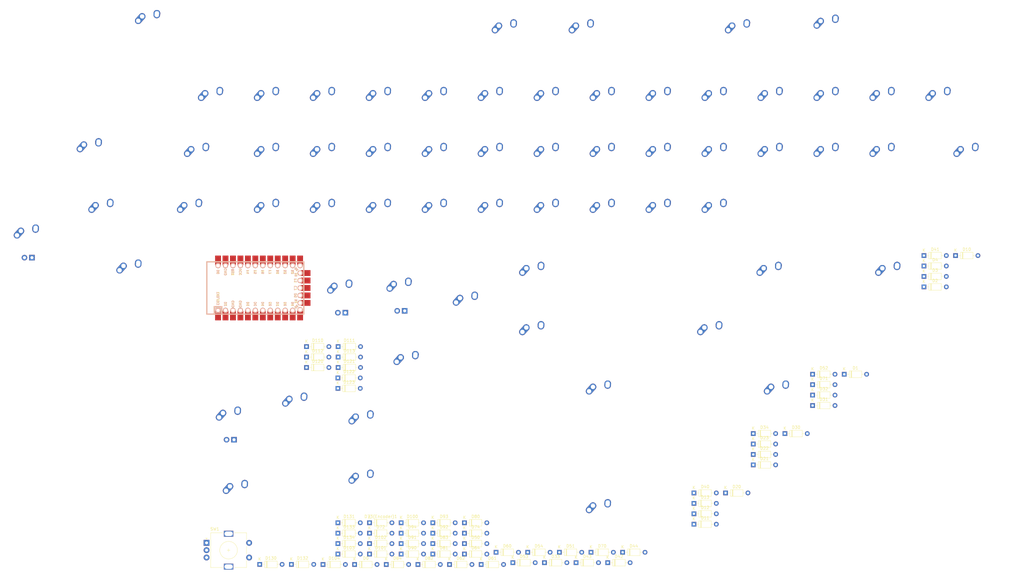
<source format=kicad_pcb>
(kicad_pcb (version 20171130) (host pcbnew "(5.1.9)-1")
  (layers (0 F.Cu signal) (31 B.Cu signal) (34 B.Paste user) (35 F.Paste user) (36 B.SilkS user) (37 F.SilkS user) (38 B.Mask user) (39 F.Mask user) (44 Edge.Cuts user))
  (net 0 "")
  (net 1 "Net-(D0-Pad2)")
  (net 2 Row0)
  (net 3 "Net-(D1-Pad2)")
  (net 4 Row1)
  (net 5 "Net-(D2-Pad2)")
  (net 6 Row2)
  (net 7 "Net-(D3-Pad2)")
  (net 8 Row3)
  (net 9 "Net-(D4-Pad2)")
  (net 10 Row4)
  (net 11 "Net-(D10-Pad2)")
  (net 12 "Net-(D11-Pad2)")
  (net 13 "Net-(D12-Pad2)")
  (net 14 "Net-(D13-Pad2)")
  (net 15 "Net-(D20-Pad2)")
  (net 16 "Net-(D21-Pad2)")
  (net 17 "Net-(D22-Pad2)")
  (net 18 "Net-(D23-Pad2)")
  (net 19 "Net-(D30-Pad2)")
  (net 20 "Net-(D31-Pad2)")
  (net 21 "Net-(D32-Pad2)")
  (net 22 "Net-(D33-Pad2)")
  (net 23 "Net-(D34-Pad2)")
  (net 24 "Net-(D40-Pad2)")
  (net 25 "Net-(D41-Pad2)")
  (net 26 "Net-(D42-Pad2)")
  (net 27 "Net-(D43-Pad2)")
  (net 28 "Net-(D44-Pad2)")
  (net 29 "Net-(D50-Pad2)")
  (net 30 "Net-(D51-Pad2)")
  (net 31 "Net-(D52-Pad2)")
  (net 32 "Net-(D53-Pad2)")
  (net 33 "Net-(D54-Pad2)")
  (net 34 "Net-(D60-Pad2)")
  (net 35 "Net-(D61-Pad2)")
  (net 36 "Net-(D62-Pad2)")
  (net 37 "Net-(D64-Pad2)")
  (net 38 "Net-(D70-Pad2)")
  (net 39 "Net-(D71-Pad2)")
  (net 40 "Net-(D72-Pad2)")
  (net 41 "Net-(D74-Pad2)")
  (net 42 "Net-(D80-Pad2)")
  (net 43 "Net-(D81-Pad2)")
  (net 44 "Net-(D82-Pad2)")
  (net 45 "Net-(D83-Pad2)")
  (net 46 "Net-(D84-Pad2)")
  (net 47 "Net-(D90-Pad2)")
  (net 48 "Net-(D91-Pad2)")
  (net 49 "Net-(D92-Pad2)")
  (net 50 "Net-(D93-Pad2)")
  (net 51 "Net-(D94-Pad2)")
  (net 52 "Net-(D100-Pad2)")
  (net 53 "Net-(D101-Pad2)")
  (net 54 "Net-(D102-Pad2)")
  (net 55 "Net-(D103-Pad2)")
  (net 56 "Net-(D104-Pad2)")
  (net 57 "Net-(D110-Pad2)")
  (net 58 "Net-(D111-Pad2)")
  (net 59 "Net-(D112-Pad2)")
  (net 60 "Net-(D113-Pad2)")
  (net 61 "Net-(D120-Pad2)")
  (net 62 "Net-(D121-Pad2)")
  (net 63 "Net-(D122-Pad2)")
  (net 64 "Net-(D123-Pad2)")
  (net 65 "Net-(D130-Pad2)")
  (net 66 "Net-(D131-Pad2)")
  (net 67 "Net-(D132-Pad2)")
  (net 68 "Net-(D133-Pad2)")
  (net 69 "Net-(D134-Pad2)")
  (net 70 "Net-(D73(Encoder)1-Pad2)")
  (net 71 Col0)
  (net 72 Col1)
  (net 73 Col2)
  (net 74 Col3)
  (net 75 Col4)
  (net 76 Col5)
  (net 77 Col6)
  (net 78 Col7)
  (net 79 Col8)
  (net 80 Col9)
  (net 81 Col10)
  (net 82 Col11)
  (net 83 Col12)
  (net 84 Col13)
  (net 85 Enc1)
  (net 86 GND)
  (net 87 Enc0)
  (net 88 "Net-(U1-Pad24)")
  (net 89 "Net-(U1-Pad23)")
  (net 90 "Net-(U1-Pad22)")
  (net 91 "Net-(U1-Pad21)")
  (net 92 "Net-(U1-Pad4)")
  (net 93 "Net-(U1-Pad3)")
  (net 94 "Net-(U1-Pad2)")
  (net 95 "Net-(U1-Pad1)")
  (module Keebio-Parts:Elite-C-castellated-29pin-holes (layer F.Cu) (at 38.11275 84.461749)
    (fp_text reference U1 hide)
    (fp_text value Elite-C hide)
    (fp_text user D2 (at -11.43 5.461 90) (layer B.SilkS) (effects (font (size 0.8 0.8)) (justify mirror)))
    (fp_text user D0 (at -1.27 5.461 90) (layer B.SilkS) (effects (font (size 0.8 0.8)) (justify mirror)))
    (fp_text user D1 (at -3.81 5.461 90) (layer B.SilkS) (effects (font (size 0.8 0.8)) (justify mirror)))
    (fp_text user GND (at -6.35 5.461 90) (layer B.SilkS) (effects (font (size 0.8 0.8)) (justify mirror)))
    (fp_text user GND (at -8.89 5.461 90) (layer B.SilkS) (effects (font (size 0.8 0.8)) (justify mirror)))
    (fp_text user D4 (at 1.27 5.461 90) (layer B.SilkS) (effects (font (size 0.8 0.8)) (justify mirror)))
    (fp_text user C6 (at 3.81 5.461 90) (layer B.SilkS) (effects (font (size 0.8 0.8)) (justify mirror)))
    (fp_text user D7 (at 6.35 5.461 90) (layer B.SilkS) (effects (font (size 0.8 0.8)) (justify mirror)))
    (fp_text user E6 (at 8.89 5.461 90) (layer B.SilkS) (effects (font (size 0.8 0.8)) (justify mirror)))
    (fp_text user B4 (at 11.43 5.461 90) (layer B.SilkS) (effects (font (size 0.8 0.8)) (justify mirror)))
    (fp_text user B5 (at 12.7 6.4 45) (layer B.SilkS) (effects (font (size 0.7 0.7)) (justify mirror)))
    (fp_text user B2 (at 11.43 -5.461 90) (layer F.SilkS) (effects (font (size 0.8 0.8))))
    (fp_text user B3 (at 8.89 -5.461 90) (layer B.SilkS) (effects (font (size 0.8 0.8)) (justify mirror)))
    (fp_text user B1 (at 6.35 -5.461 90) (layer B.SilkS) (effects (font (size 0.8 0.8)) (justify mirror)))
    (fp_text user F7 (at 3.81 -5.461 90) (layer F.SilkS) (effects (font (size 0.8 0.8))))
    (fp_text user F6 (at 1.27 -5.461 90) (layer F.SilkS) (effects (font (size 0.8 0.8))))
    (fp_text user F5 (at -1.27 -5.461 90) (layer F.SilkS) (effects (font (size 0.8 0.8))))
    (fp_text user F4 (at -3.81 -5.461 90) (layer B.SilkS) (effects (font (size 0.8 0.8)) (justify mirror)))
    (fp_text user VCC (at -6.35 -5.461 90) (layer B.SilkS) (effects (font (size 0.8 0.8)) (justify mirror)))
    (fp_text user GND (at -11.43 -5.461 90) (layer B.SilkS) (effects (font (size 0.8 0.8)) (justify mirror)))
    (fp_text user B0 (at -13.97 -5.461 90) (layer B.SilkS) (effects (font (size 0.8 0.8)) (justify mirror)))
    (fp_text user B0 (at -13.97 -5.461 90) (layer F.SilkS) (effects (font (size 0.8 0.8))))
    (fp_text user GND (at -11.43 -5.461 90) (layer F.SilkS) (effects (font (size 0.8 0.8))))
    (fp_text user ST (at -8.92 -5.73312 90) (layer F.SilkS) (effects (font (size 0.8 0.8))))
    (fp_text user VCC (at -6.35 -5.461 90) (layer F.SilkS) (effects (font (size 0.8 0.8))))
    (fp_text user F4 (at -3.81 -5.461 90) (layer F.SilkS) (effects (font (size 0.8 0.8))))
    (fp_text user F5 (at -1.27 -5.461 90) (layer B.SilkS) (effects (font (size 0.8 0.8)) (justify mirror)))
    (fp_text user F6 (at 1.27 -5.461 90) (layer B.SilkS) (effects (font (size 0.8 0.8)) (justify mirror)))
    (fp_text user F7 (at 3.81 -5.461 90) (layer B.SilkS) (effects (font (size 0.8 0.8)) (justify mirror)))
    (fp_text user B1 (at 6.35 -5.461 90) (layer F.SilkS) (effects (font (size 0.8 0.8))))
    (fp_text user B3 (at 8.89 -5.461 90) (layer F.SilkS) (effects (font (size 0.8 0.8))))
    (fp_text user B2 (at 11.43 -5.461 90) (layer B.SilkS) (effects (font (size 0.8 0.8)) (justify mirror)))
    (fp_text user B5 (at 12.7 6.4 45) (layer F.SilkS) (effects (font (size 0.7 0.7))))
    (fp_text user B4 (at 11.43 5.461 90) (layer F.SilkS) (effects (font (size 0.8 0.8))))
    (fp_text user E6 (at 8.89 5.461 90) (layer F.SilkS) (effects (font (size 0.8 0.8))))
    (fp_text user D7 (at 6.35 5.461 90) (layer F.SilkS) (effects (font (size 0.8 0.8))))
    (fp_text user C6 (at 3.81 5.461 90) (layer F.SilkS) (effects (font (size 0.8 0.8))))
    (fp_text user D4 (at 1.27 5.461 90) (layer F.SilkS) (effects (font (size 0.8 0.8))))
    (fp_text user GND (at -8.89 5.461 90) (layer F.SilkS) (effects (font (size 0.8 0.8))))
    (fp_text user GND (at -6.35 5.461 90) (layer F.SilkS) (effects (font (size 0.8 0.8))))
    (fp_text user D1 (at -3.81 5.461 90) (layer F.SilkS) (effects (font (size 0.8 0.8))))
    (fp_text user D0 (at -1.27 5.461 90) (layer F.SilkS) (effects (font (size 0.8 0.8))))
    (fp_text user D2 (at -11.43 5.461 90) (layer F.SilkS) (effects (font (size 0.8 0.8))))
    (fp_text user TX0/D3 (at -13.97 3.571872 90) (layer B.SilkS) (effects (font (size 0.8 0.8)) (justify mirror)))
    (fp_text user TX0/D3 (at -13.97 3.571872 90) (layer F.SilkS) (effects (font (size 0.8 0.8))))
    (fp_text user ST (at -8.91 -5.04 90) (layer B.SilkS) (effects (font (size 0.8 0.8)) (justify mirror)))
    (fp_text user B7 (at 12.6 4.5 90) (layer F.SilkS) (effects (font (size 0.7 0.7))))
    (fp_text user B7 (at 12.6 4.5 90) (layer B.SilkS) (effects (font (size 0.7 0.7)) (justify mirror)))
    (fp_text user F0 (at 12.6 -4.5 90) (layer B.SilkS) (effects (font (size 0.7 0.7)) (justify mirror)))
    (fp_text user F0 (at 12.6 -4.5 90) (layer F.SilkS) (effects (font (size 0.7 0.7))))
    (fp_text user B6 (at 12.7 -6.4 135 unlocked) (layer F.SilkS) (effects (font (size 0.7 0.7))))
    (fp_text user B6 (at 12.7 -6.4 135 unlocked) (layer B.SilkS) (effects (font (size 0.7 0.7)) (justify mirror)))
    (fp_text user C7 (at 12.4 0 90) (layer F.SilkS) (effects (font (size 0.8 0.8))))
    (fp_text user C7 (at 12.4 0 90) (layer B.SilkS) (effects (font (size 0.8 0.8)) (justify mirror)))
    (fp_text user F1 (at 12.4 -2.54 90) (layer B.SilkS) (effects (font (size 0.8 0.8)) (justify mirror)))
    (fp_text user F1 (at 12.4 -2.54 90) (layer F.SilkS) (effects (font (size 0.8 0.8))))
    (fp_text user D5 (at 12.4 2.54 90) (layer F.SilkS) (effects (font (size 0.8 0.8))))
    (fp_text user D5 (at 12.4 2.54 90) (layer B.SilkS) (effects (font (size 0.8 0.8)) (justify mirror)))
    (pad 29 smd rect (at 15.875 -5.08 90) (size 2 3.25) (layers F.Cu F.Paste F.Mask) (net 2 Row0))
    (pad 28 smd rect (at 15.875 -2.54 90) (size 2 3.25) (layers F.Cu F.Paste F.Mask) (net 4 Row1))
    (pad 27 smd rect (at 15.875 0 90) (size 2 3.25) (layers F.Cu F.Paste F.Mask) (net 6 Row2))
    (pad 26 smd rect (at 15.875 2.54 90) (size 2 3.25) (layers F.Cu F.Paste F.Mask) (net 8 Row3))
    (pad 25 smd rect (at 15.875 5.08 90) (size 2 3.25) (layers F.Cu F.Paste F.Mask) (net 10 Row4))
    (pad 24 smd rect (at -13.97 -9.398) (size 2 3.25) (layers F.Cu F.Paste F.Mask) (net 88 "Net-(U1-Pad24)"))
    (pad 23 smd rect (at -11.43 -9.398) (size 2 3.25) (layers F.Cu F.Paste F.Mask) (net 89 "Net-(U1-Pad23)"))
    (pad 22 smd rect (at -8.89 -9.398) (size 2 3.25) (layers F.Cu F.Paste F.Mask) (net 90 "Net-(U1-Pad22)"))
    (pad 21 smd rect (at -6.35 -9.398) (size 2 3.25) (layers F.Cu F.Paste F.Mask) (net 91 "Net-(U1-Pad21)"))
    (pad 20 smd rect (at -3.81 -9.398) (size 2 3.25) (layers F.Cu F.Paste F.Mask) (net 77 Col6))
    (pad 19 smd rect (at -1.27 -9.398) (size 2 3.25) (layers F.Cu F.Paste F.Mask) (net 78 Col7))
    (pad 18 smd rect (at 1.27 -9.398) (size 2 3.25) (layers F.Cu F.Paste F.Mask) (net 79 Col8))
    (pad 17 smd rect (at 3.81 -9.398) (size 2 3.25) (layers F.Cu F.Paste F.Mask) (net 80 Col9))
    (pad 16 smd rect (at 6.35 -9.398) (size 2 3.25) (layers F.Cu F.Paste F.Mask) (net 81 Col10))
    (pad 15 smd rect (at 8.89 -9.398) (size 2 3.25) (layers F.Cu F.Paste F.Mask) (net 82 Col11))
    (pad 14 smd rect (at 11.43 -9.398) (size 2 3.25) (layers F.Cu F.Paste F.Mask) (net 83 Col12))
    (pad 13 smd rect (at 13.97 -9.398) (size 2 3.25) (layers F.Cu F.Paste F.Mask) (net 84 Col13))
    (pad 12 smd rect (at 13.97 9.398) (size 2 3.25) (layers F.Cu F.Paste F.Mask) (net 76 Col5))
    (pad 11 smd rect (at 11.43 9.398) (size 2 3.25) (layers F.Cu F.Paste F.Mask) (net 75 Col4))
    (pad 10 smd rect (at 8.89 9.398) (size 2 3.25) (layers F.Cu F.Paste F.Mask) (net 74 Col3))
    (pad 9 smd rect (at 6.35 9.398) (size 2 3.25) (layers F.Cu F.Paste F.Mask) (net 73 Col2))
    (pad 8 smd rect (at 3.81 9.398) (size 2 3.25) (layers F.Cu F.Paste F.Mask) (net 72 Col1))
    (pad 7 smd rect (at 1.27 9.398) (size 2 3.25) (layers F.Cu F.Paste F.Mask) (net 71 Col0))
    (pad 6 smd rect (at -1.27 9.398) (size 2 3.25) (layers F.Cu F.Paste F.Mask) (net 85 Enc1))
    (pad 5 smd rect (at -3.81 9.398) (size 2 3.25) (layers F.Cu F.Paste F.Mask) (net 87 Enc0))
    (pad 4 smd rect (at -6.35 9.398) (size 2 3.25) (layers F.Cu F.Paste F.Mask) (net 92 "Net-(U1-Pad4)"))
    (pad 3 smd rect (at -8.89 9.398) (size 2 3.25) (layers F.Cu F.Paste F.Mask) (net 93 "Net-(U1-Pad3)"))
    (pad 2 smd rect (at -11.43 9.398) (size 2 3.25) (layers F.Cu F.Paste F.Mask) (net 94 "Net-(U1-Pad2)"))
    (pad 1 smd rect (at -13.97 9.398) (size 2 3.25) (layers F.Cu F.Paste F.Mask) (net 95 "Net-(U1-Pad1)"))
    (pad 25 thru_hole circle (at 13.97 5.08) (size 1.7526 1.7526) (drill 1.0922) (layers *.Cu *.SilkS *.Mask) (net 10 Row4))
    (pad 26 thru_hole circle (at 13.97 2.54) (size 1.7526 1.7526) (drill 1.0922) (layers *.Cu *.SilkS *.Mask) (net 8 Row3))
    (pad 27 thru_hole circle (at 13.97 0) (size 1.7526 1.7526) (drill 1.0922) (layers *.Cu *.SilkS *.Mask) (net 6 Row2))
    (pad 28 thru_hole circle (at 13.97 -2.54) (size 1.7526 1.7526) (drill 1.0922) (layers *.Cu *.SilkS *.Mask) (net 4 Row1))
    (pad 29 thru_hole circle (at 13.97 -5.08) (size 1.7526 1.7526) (drill 1.0922) (layers *.Cu *.SilkS *.Mask) (net 2 Row0))
    (pad 24 thru_hole circle (at -13.97 -7.62) (size 1.7526 1.7526) (drill 1.0922) (layers *.Cu *.SilkS *.Mask) (net 88 "Net-(U1-Pad24)"))
    (pad 12 thru_hole circle (at 13.97 7.3914) (size 1.7526 1.7526) (drill 1.0922) (layers *.Cu *.SilkS *.Mask) (net 76 Col5))
    (pad 23 thru_hole circle (at -11.43 -7.62) (size 1.7526 1.7526) (drill 1.0922) (layers *.Cu *.SilkS *.Mask) (net 89 "Net-(U1-Pad23)"))
    (pad 22 thru_hole circle (at -8.89 -7.62) (size 1.7526 1.7526) (drill 1.0922) (layers *.Cu *.SilkS *.Mask) (net 90 "Net-(U1-Pad22)"))
    (pad 21 thru_hole circle (at -6.35 -7.62) (size 1.7526 1.7526) (drill 1.0922) (layers *.Cu *.SilkS *.Mask) (net 91 "Net-(U1-Pad21)"))
    (pad 20 thru_hole circle (at -3.81 -7.62) (size 1.7526 1.7526) (drill 1.0922) (layers *.Cu *.SilkS *.Mask) (net 77 Col6))
    (pad 19 thru_hole circle (at -1.27 -7.62) (size 1.7526 1.7526) (drill 1.0922) (layers *.Cu *.SilkS *.Mask) (net 78 Col7))
    (pad 18 thru_hole circle (at 1.27 -7.62) (size 1.7526 1.7526) (drill 1.0922) (layers *.Cu *.SilkS *.Mask) (net 79 Col8))
    (pad 17 thru_hole circle (at 3.81 -7.62) (size 1.7526 1.7526) (drill 1.0922) (layers *.Cu *.SilkS *.Mask) (net 80 Col9))
    (pad 16 thru_hole circle (at 6.35 -7.62) (size 1.7526 1.7526) (drill 1.0922) (layers *.Cu *.SilkS *.Mask) (net 81 Col10))
    (pad 15 thru_hole circle (at 8.89 -7.62) (size 1.7526 1.7526) (drill 1.0922) (layers *.Cu *.SilkS *.Mask) (net 82 Col11))
    (pad 14 thru_hole circle (at 11.43 -7.62) (size 1.7526 1.7526) (drill 1.0922) (layers *.Cu *.SilkS *.Mask) (net 83 Col12))
    (pad 13 thru_hole circle (at 13.97 -7.62) (size 1.7526 1.7526) (drill 1.0922) (layers *.Cu *.SilkS *.Mask) (net 84 Col13))
    (pad 11 thru_hole circle (at 11.43 7.62) (size 1.7526 1.7526) (drill 1.0922) (layers *.Cu *.SilkS *.Mask) (net 75 Col4))
    (pad 10 thru_hole circle (at 8.89 7.62) (size 1.7526 1.7526) (drill 1.0922) (layers *.Cu *.SilkS *.Mask) (net 74 Col3))
    (pad 9 thru_hole circle (at 6.35 7.62) (size 1.7526 1.7526) (drill 1.0922) (layers *.Cu *.SilkS *.Mask) (net 73 Col2))
    (pad 8 thru_hole circle (at 3.81 7.62) (size 1.7526 1.7526) (drill 1.0922) (layers *.Cu *.SilkS *.Mask) (net 72 Col1))
    (pad 7 thru_hole circle (at 1.27 7.62) (size 1.7526 1.7526) (drill 1.0922) (layers *.Cu *.SilkS *.Mask) (net 71 Col0))
    (pad 6 thru_hole circle (at -1.27 7.62) (size 1.7526 1.7526) (drill 1.0922) (layers *.Cu *.SilkS *.Mask) (net 85 Enc1))
    (pad 5 thru_hole circle (at -3.81 7.62) (size 1.7526 1.7526) (drill 1.0922) (layers *.Cu *.SilkS *.Mask) (net 87 Enc0))
    (pad 4 thru_hole circle (at -6.35 7.62) (size 1.7526 1.7526) (drill 1.0922) (layers *.Cu *.SilkS *.Mask) (net 92 "Net-(U1-Pad4)"))
    (pad 3 thru_hole circle (at -8.89 7.62) (size 1.7526 1.7526) (drill 1.0922) (layers *.Cu *.SilkS *.Mask) (net 93 "Net-(U1-Pad3)"))
    (pad 2 thru_hole circle (at -11.43 7.62) (size 1.7526 1.7526) (drill 1.0922) (layers *.Cu *.SilkS *.Mask) (net 94 "Net-(U1-Pad2)"))
    (pad 1 thru_hole rect (at -13.97 7.62) (size 1.7526 1.7526) (drill 1.0922) (layers *.Cu *.SilkS *.Mask) (net 95 "Net-(U1-Pad1)"))
  )
  (module Keebio-Parts:RotaryEncoder_Alps_EC11E-Switch_Vertical_H20mm (layer F.Cu) (at 27.73375 173.72375)
    (fp_text reference SW1 (at -4.7 -7.2) (layer F.SilkS))
    (fp_text value Rotary_Encoder_Switch)
    (pad S1 thru_hole circle (at 7 2.5) (size 2 2) (drill 1) (layers *.Cu *.Mask) (net 78 Col7))
    (pad S2 thru_hole circle (at 7 -2.5) (size 2 2) (drill 1) (layers *.Cu *.Mask) (net 70 "Net-(D73(Encoder)1-Pad2)"))
    (pad MP thru_hole rect (at 0 5.6) (size 3.2 2) (drill oval 2.8 1.5) (layers *.Cu *.Mask))
    (pad MP thru_hole rect (at 0 -5.6) (size 3.2 2) (drill oval 2.8 1.5) (layers *.Cu *.Mask))
    (pad B thru_hole circle (at -7.5 2.5) (size 2 2) (drill 1) (layers *.Cu *.Mask) (net 85 Enc1))
    (pad C thru_hole circle (at -7.5 0) (size 2 2) (drill 1) (layers *.Cu *.Mask) (net 86 GND))
    (pad A thru_hole rect (at -7.5 -2.5) (size 2 2) (drill 1) (layers *.Cu *.Mask) (net 87 Enc0))
  )
  (module MX_Alps_Hybrid:MX-1.25U-NoLED (layer F.Cu) (at 30.69 155.99875)
    (fp_text reference MX-134)
    (fp_text value MX-NoLED)
    (pad "" np_thru_hole circle (at 5.08 0 48.0996) (size 1.75 1.75) (drill 1.75) (layers *.Cu *.Mask))
    (pad "" np_thru_hole circle (at -5.08 0 48.0996) (size 1.75 1.75) (drill 1.75) (layers *.Cu *.Mask))
    (pad 1 thru_hole circle (at -2.5 -4) (size 2.25 2.25) (drill 1.47) (layers *.Cu B.Mask) (net 84 Col13))
    (pad "" np_thru_hole circle (at 0 0) (size 3.9878 3.9878) (drill 3.9878) (layers *.Cu *.Mask))
    (pad 1 thru_hole oval (at -3.81 -2.54 48.0996) (size 4.211556 2.25) (drill 1.47 (offset 0.980778 0)) (layers *.Cu B.Mask) (net 84 Col13))
    (pad 2 thru_hole circle (at 2.54 -5.08) (size 2.25 2.25) (drill 1.47) (layers *.Cu B.Mask) (net 69 "Net-(D134-Pad2)"))
    (pad 2 thru_hole oval (at 2.5 -4.5 86.0548) (size 2.831378 2.25) (drill 1.47 (offset 0.290689 0)) (layers *.Cu B.Mask) (net 69 "Net-(D134-Pad2)"))
  )
  (module MX_Alps_Hybrid:MX-1.75U-NoLED (layer F.Cu) (at -19.05 39.6875)
    (fp_text reference MX-133)
    (fp_text value MX-NoLED)
    (pad "" np_thru_hole circle (at 5.08 0 48.0996) (size 1.75 1.75) (drill 1.75) (layers *.Cu *.Mask))
    (pad "" np_thru_hole circle (at -5.08 0 48.0996) (size 1.75 1.75) (drill 1.75) (layers *.Cu *.Mask))
    (pad 1 thru_hole circle (at -2.5 -4) (size 2.25 2.25) (drill 1.47) (layers *.Cu B.Mask) (net 84 Col13))
    (pad "" np_thru_hole circle (at 0 0) (size 3.9878 3.9878) (drill 3.9878) (layers *.Cu *.Mask))
    (pad 1 thru_hole oval (at -3.81 -2.54 48.0996) (size 4.211556 2.25) (drill 1.47 (offset 0.980778 0)) (layers *.Cu B.Mask) (net 84 Col13))
    (pad 2 thru_hole circle (at 2.54 -5.08) (size 2.25 2.25) (drill 1.47) (layers *.Cu B.Mask) (net 68 "Net-(D133-Pad2)"))
    (pad 2 thru_hole oval (at 2.5 -4.5 86.0548) (size 2.831378 2.25) (drill 1.47 (offset 0.290689 0)) (layers *.Cu B.Mask) (net 68 "Net-(D133-Pad2)"))
  )
  (module MX_Alps_Hybrid:MX-2.25U-NoLED (layer F.Cu) (at -5.55625 80.9625)
    (fp_text reference MX-132)
    (fp_text value MX-NoLED)
    (pad "" np_thru_hole circle (at 11.938 8.255) (size 3.9878 3.9878) (drill 3.9878) (layers *.Cu *.Mask))
    (pad "" np_thru_hole circle (at -11.938 8.255) (size 3.9878 3.9878) (drill 3.9878) (layers *.Cu *.Mask))
    (pad "" np_thru_hole circle (at 11.938 -6.985) (size 3.048 3.048) (drill 3.048) (layers *.Cu *.Mask))
    (pad "" np_thru_hole circle (at -11.938 -6.985) (size 3.048 3.048) (drill 3.048) (layers *.Cu *.Mask))
    (pad "" np_thru_hole circle (at 5.08 0 48.0996) (size 1.75 1.75) (drill 1.75) (layers *.Cu *.Mask))
    (pad "" np_thru_hole circle (at -5.08 0 48.0996) (size 1.75 1.75) (drill 1.75) (layers *.Cu *.Mask))
    (pad 1 thru_hole circle (at -2.5 -4) (size 2.25 2.25) (drill 1.47) (layers *.Cu B.Mask) (net 84 Col13))
    (pad "" np_thru_hole circle (at 0 0) (size 3.9878 3.9878) (drill 3.9878) (layers *.Cu *.Mask))
    (pad 1 thru_hole oval (at -3.81 -2.54 48.0996) (size 4.211556 2.25) (drill 1.47 (offset 0.980778 0)) (layers *.Cu B.Mask) (net 84 Col13))
    (pad 2 thru_hole circle (at 2.54 -5.08) (size 2.25 2.25) (drill 1.47) (layers *.Cu B.Mask) (net 67 "Net-(D132-Pad2)"))
    (pad 2 thru_hole oval (at 2.5 -4.5 86.0548) (size 2.831378 2.25) (drill 1.47 (offset 0.290689 0)) (layers *.Cu B.Mask) (net 67 "Net-(D132-Pad2)"))
  )
  (module MX_Alps_Hybrid:MX-2U-NoLED (layer F.Cu) (at 279.4 41.275)
    (fp_text reference MX-131)
    (fp_text value MX-NoLED)
    (pad "" np_thru_hole circle (at 11.938 8.255) (size 3.9878 3.9878) (drill 3.9878) (layers *.Cu *.Mask))
    (pad "" np_thru_hole circle (at -11.938 8.255) (size 3.9878 3.9878) (drill 3.9878) (layers *.Cu *.Mask))
    (pad "" np_thru_hole circle (at 11.938 -6.985) (size 3.048 3.048) (drill 3.048) (layers *.Cu *.Mask))
    (pad "" np_thru_hole circle (at -11.938 -6.985) (size 3.048 3.048) (drill 3.048) (layers *.Cu *.Mask))
    (pad "" np_thru_hole circle (at 5.08 0 48.0996) (size 1.75 1.75) (drill 1.75) (layers *.Cu *.Mask))
    (pad "" np_thru_hole circle (at -5.08 0 48.0996) (size 1.75 1.75) (drill 1.75) (layers *.Cu *.Mask))
    (pad 1 thru_hole circle (at -2.5 -4) (size 2.25 2.25) (drill 1.47) (layers *.Cu B.Mask) (net 84 Col13))
    (pad "" np_thru_hole circle (at 0 0) (size 3.9878 3.9878) (drill 3.9878) (layers *.Cu *.Mask))
    (pad 1 thru_hole oval (at -3.81 -2.54 48.0996) (size 4.211556 2.25) (drill 1.47 (offset 0.980778 0)) (layers *.Cu B.Mask) (net 84 Col13))
    (pad 2 thru_hole circle (at 2.54 -5.08) (size 2.25 2.25) (drill 1.47) (layers *.Cu B.Mask) (net 66 "Net-(D131-Pad2)"))
    (pad 2 thru_hole oval (at 2.5 -4.5 86.0548) (size 2.831378 2.25) (drill 1.47 (offset 0.290689 0)) (layers *.Cu B.Mask) (net 66 "Net-(D131-Pad2)"))
  )
  (module MX_Alps_Hybrid:MX-1U-NoLED (layer F.Cu) (at 269.875 22.225)
    (fp_text reference MX-130)
    (fp_text value MX-NoLED)
    (pad "" np_thru_hole circle (at 5.08 0 48.0996) (size 1.75 1.75) (drill 1.75) (layers *.Cu *.Mask))
    (pad "" np_thru_hole circle (at -5.08 0 48.0996) (size 1.75 1.75) (drill 1.75) (layers *.Cu *.Mask))
    (pad 1 thru_hole circle (at -2.5 -4) (size 2.25 2.25) (drill 1.47) (layers *.Cu B.Mask) (net 84 Col13))
    (pad "" np_thru_hole circle (at 0 0) (size 3.9878 3.9878) (drill 3.9878) (layers *.Cu *.Mask))
    (pad 1 thru_hole oval (at -3.81 -2.54 48.0996) (size 4.211556 2.25) (drill 1.47 (offset 0.980778 0)) (layers *.Cu B.Mask) (net 84 Col13))
    (pad 2 thru_hole circle (at 2.54 -5.08) (size 2.25 2.25) (drill 1.47) (layers *.Cu B.Mask) (net 65 "Net-(D130-Pad2)"))
    (pad 2 thru_hole oval (at 2.5 -4.5 86.0548) (size 2.831378 2.25) (drill 1.47 (offset 0.290689 0)) (layers *.Cu B.Mask) (net 65 "Net-(D130-Pad2)"))
  )
  (module MX_Alps_Hybrid:MX-1U-NoLED (layer F.Cu) (at 154.26875 162.55875)
    (fp_text reference MX-123)
    (fp_text value MX-NoLED)
    (pad "" np_thru_hole circle (at 5.08 0 48.0996) (size 1.75 1.75) (drill 1.75) (layers *.Cu *.Mask))
    (pad "" np_thru_hole circle (at -5.08 0 48.0996) (size 1.75 1.75) (drill 1.75) (layers *.Cu *.Mask))
    (pad 1 thru_hole circle (at -2.5 -4) (size 2.25 2.25) (drill 1.47) (layers *.Cu B.Mask) (net 83 Col12))
    (pad "" np_thru_hole circle (at 0 0) (size 3.9878 3.9878) (drill 3.9878) (layers *.Cu *.Mask))
    (pad 1 thru_hole oval (at -3.81 -2.54 48.0996) (size 4.211556 2.25) (drill 1.47 (offset 0.980778 0)) (layers *.Cu B.Mask) (net 83 Col12))
    (pad 2 thru_hole circle (at 2.54 -5.08) (size 2.25 2.25) (drill 1.47) (layers *.Cu B.Mask) (net 64 "Net-(D123-Pad2)"))
    (pad 2 thru_hole oval (at 2.5 -4.5 86.0548) (size 2.831378 2.25) (drill 1.47 (offset 0.290689 0)) (layers *.Cu B.Mask) (net 64 "Net-(D123-Pad2)"))
  )
  (module MX_Alps_Hybrid:MX-1U-NoLED (layer F.Cu) (at 73.46875 132.31875)
    (fp_text reference MX-122)
    (fp_text value MX-NoLED)
    (pad "" np_thru_hole circle (at 5.08 0 48.0996) (size 1.75 1.75) (drill 1.75) (layers *.Cu *.Mask))
    (pad "" np_thru_hole circle (at -5.08 0 48.0996) (size 1.75 1.75) (drill 1.75) (layers *.Cu *.Mask))
    (pad 1 thru_hole circle (at -2.5 -4) (size 2.25 2.25) (drill 1.47) (layers *.Cu B.Mask) (net 83 Col12))
    (pad "" np_thru_hole circle (at 0 0) (size 3.9878 3.9878) (drill 3.9878) (layers *.Cu *.Mask))
    (pad 1 thru_hole oval (at -3.81 -2.54 48.0996) (size 4.211556 2.25) (drill 1.47 (offset 0.980778 0)) (layers *.Cu B.Mask) (net 83 Col12))
    (pad 2 thru_hole circle (at 2.54 -5.08) (size 2.25 2.25) (drill 1.47) (layers *.Cu B.Mask) (net 63 "Net-(D122-Pad2)"))
    (pad 2 thru_hole oval (at 2.5 -4.5 86.0548) (size 2.831378 2.25) (drill 1.47 (offset 0.290689 0)) (layers *.Cu B.Mask) (net 63 "Net-(D122-Pad2)"))
  )
  (module MX_Alps_Hybrid:MX-1U-NoLED (layer F.Cu) (at 250.825 41.275)
    (fp_text reference MX-121)
    (fp_text value MX-NoLED)
    (pad "" np_thru_hole circle (at 5.08 0 48.0996) (size 1.75 1.75) (drill 1.75) (layers *.Cu *.Mask))
    (pad "" np_thru_hole circle (at -5.08 0 48.0996) (size 1.75 1.75) (drill 1.75) (layers *.Cu *.Mask))
    (pad 1 thru_hole circle (at -2.5 -4) (size 2.25 2.25) (drill 1.47) (layers *.Cu B.Mask) (net 83 Col12))
    (pad "" np_thru_hole circle (at 0 0) (size 3.9878 3.9878) (drill 3.9878) (layers *.Cu *.Mask))
    (pad 1 thru_hole oval (at -3.81 -2.54 48.0996) (size 4.211556 2.25) (drill 1.47 (offset 0.980778 0)) (layers *.Cu B.Mask) (net 83 Col12))
    (pad 2 thru_hole circle (at 2.54 -5.08) (size 2.25 2.25) (drill 1.47) (layers *.Cu B.Mask) (net 62 "Net-(D121-Pad2)"))
    (pad 2 thru_hole oval (at 2.5 -4.5 86.0548) (size 2.831378 2.25) (drill 1.47 (offset 0.290689 0)) (layers *.Cu B.Mask) (net 62 "Net-(D121-Pad2)"))
  )
  (module MX_Alps_Hybrid:MX-1U-NoLED (layer F.Cu) (at 250.825 22.225)
    (fp_text reference MX-120)
    (fp_text value MX-NoLED)
    (pad "" np_thru_hole circle (at 5.08 0 48.0996) (size 1.75 1.75) (drill 1.75) (layers *.Cu *.Mask))
    (pad "" np_thru_hole circle (at -5.08 0 48.0996) (size 1.75 1.75) (drill 1.75) (layers *.Cu *.Mask))
    (pad 1 thru_hole circle (at -2.5 -4) (size 2.25 2.25) (drill 1.47) (layers *.Cu B.Mask) (net 83 Col12))
    (pad "" np_thru_hole circle (at 0 0) (size 3.9878 3.9878) (drill 3.9878) (layers *.Cu *.Mask))
    (pad 1 thru_hole oval (at -3.81 -2.54 48.0996) (size 4.211556 2.25) (drill 1.47 (offset 0.980778 0)) (layers *.Cu B.Mask) (net 83 Col12))
    (pad 2 thru_hole circle (at 2.54 -5.08) (size 2.25 2.25) (drill 1.47) (layers *.Cu B.Mask) (net 61 "Net-(D120-Pad2)"))
    (pad 2 thru_hole oval (at 2.5 -4.5 86.0548) (size 2.831378 2.25) (drill 1.47 (offset 0.290689 0)) (layers *.Cu B.Mask) (net 61 "Net-(D120-Pad2)"))
  )
  (module MX_Alps_Hybrid:MX-1U-NoLED (layer F.Cu) (at 148.43125 -0.79375)
    (fp_text reference MX-113)
    (fp_text value MX-NoLED)
    (pad "" np_thru_hole circle (at 5.08 0 48.0996) (size 1.75 1.75) (drill 1.75) (layers *.Cu *.Mask))
    (pad "" np_thru_hole circle (at -5.08 0 48.0996) (size 1.75 1.75) (drill 1.75) (layers *.Cu *.Mask))
    (pad 1 thru_hole circle (at -2.5 -4) (size 2.25 2.25) (drill 1.47) (layers *.Cu B.Mask) (net 82 Col11))
    (pad "" np_thru_hole circle (at 0 0) (size 3.9878 3.9878) (drill 3.9878) (layers *.Cu *.Mask))
    (pad 1 thru_hole oval (at -3.81 -2.54 48.0996) (size 4.211556 2.25) (drill 1.47 (offset 0.980778 0)) (layers *.Cu B.Mask) (net 82 Col11))
    (pad 2 thru_hole circle (at 2.54 -5.08) (size 2.25 2.25) (drill 1.47) (layers *.Cu B.Mask) (net 60 "Net-(D113-Pad2)"))
    (pad 2 thru_hole oval (at 2.5 -4.5 86.0548) (size 2.831378 2.25) (drill 1.47 (offset 0.290689 0)) (layers *.Cu B.Mask) (net 60 "Net-(D113-Pad2)"))
  )
  (module MX_Alps_Hybrid:MX-1U-NoLED (layer F.Cu) (at 231.775 -2.38125)
    (fp_text reference MX-112)
    (fp_text value MX-NoLED)
    (pad "" np_thru_hole circle (at 5.08 0 48.0996) (size 1.75 1.75) (drill 1.75) (layers *.Cu *.Mask))
    (pad "" np_thru_hole circle (at -5.08 0 48.0996) (size 1.75 1.75) (drill 1.75) (layers *.Cu *.Mask))
    (pad 1 thru_hole circle (at -2.5 -4) (size 2.25 2.25) (drill 1.47) (layers *.Cu B.Mask) (net 82 Col11))
    (pad "" np_thru_hole circle (at 0 0) (size 3.9878 3.9878) (drill 3.9878) (layers *.Cu *.Mask))
    (pad 1 thru_hole oval (at -3.81 -2.54 48.0996) (size 4.211556 2.25) (drill 1.47 (offset 0.980778 0)) (layers *.Cu B.Mask) (net 82 Col11))
    (pad 2 thru_hole circle (at 2.54 -5.08) (size 2.25 2.25) (drill 1.47) (layers *.Cu B.Mask) (net 59 "Net-(D112-Pad2)"))
    (pad 2 thru_hole oval (at 2.5 -4.5 86.0548) (size 2.831378 2.25) (drill 1.47 (offset 0.290689 0)) (layers *.Cu B.Mask) (net 59 "Net-(D112-Pad2)"))
  )
  (module MX_Alps_Hybrid:MX-1U-NoLED (layer F.Cu) (at 231.775 41.275)
    (fp_text reference MX-111)
    (fp_text value MX-NoLED)
    (pad "" np_thru_hole circle (at 5.08 0 48.0996) (size 1.75 1.75) (drill 1.75) (layers *.Cu *.Mask))
    (pad "" np_thru_hole circle (at -5.08 0 48.0996) (size 1.75 1.75) (drill 1.75) (layers *.Cu *.Mask))
    (pad 1 thru_hole circle (at -2.5 -4) (size 2.25 2.25) (drill 1.47) (layers *.Cu B.Mask) (net 82 Col11))
    (pad "" np_thru_hole circle (at 0 0) (size 3.9878 3.9878) (drill 3.9878) (layers *.Cu *.Mask))
    (pad 1 thru_hole oval (at -3.81 -2.54 48.0996) (size 4.211556 2.25) (drill 1.47 (offset 0.980778 0)) (layers *.Cu B.Mask) (net 82 Col11))
    (pad 2 thru_hole circle (at 2.54 -5.08) (size 2.25 2.25) (drill 1.47) (layers *.Cu B.Mask) (net 58 "Net-(D111-Pad2)"))
    (pad 2 thru_hole oval (at 2.5 -4.5 86.0548) (size 2.831378 2.25) (drill 1.47 (offset 0.290689 0)) (layers *.Cu B.Mask) (net 58 "Net-(D111-Pad2)"))
  )
  (module MX_Alps_Hybrid:MX-1U-NoLED (layer F.Cu) (at 231.775 22.225)
    (fp_text reference MX-110)
    (fp_text value MX-NoLED)
    (pad "" np_thru_hole circle (at 5.08 0 48.0996) (size 1.75 1.75) (drill 1.75) (layers *.Cu *.Mask))
    (pad "" np_thru_hole circle (at -5.08 0 48.0996) (size 1.75 1.75) (drill 1.75) (layers *.Cu *.Mask))
    (pad 1 thru_hole circle (at -2.5 -4) (size 2.25 2.25) (drill 1.47) (layers *.Cu B.Mask) (net 82 Col11))
    (pad "" np_thru_hole circle (at 0 0) (size 3.9878 3.9878) (drill 3.9878) (layers *.Cu *.Mask))
    (pad 1 thru_hole oval (at -3.81 -2.54 48.0996) (size 4.211556 2.25) (drill 1.47 (offset 0.980778 0)) (layers *.Cu B.Mask) (net 82 Col11))
    (pad 2 thru_hole circle (at 2.54 -5.08) (size 2.25 2.25) (drill 1.47) (layers *.Cu B.Mask) (net 57 "Net-(D110-Pad2)"))
    (pad 2 thru_hole oval (at 2.5 -4.5 86.0548) (size 2.831378 2.25) (drill 1.47 (offset 0.290689 0)) (layers *.Cu B.Mask) (net 57 "Net-(D110-Pad2)"))
  )
  (module MX_Alps_Hybrid:MX-1.25U-NoLED (layer F.Cu) (at 50.89 126.27875)
    (fp_text reference MX-104)
    (fp_text value MX-NoLED)
    (pad "" np_thru_hole circle (at 5.08 0 48.0996) (size 1.75 1.75) (drill 1.75) (layers *.Cu *.Mask))
    (pad "" np_thru_hole circle (at -5.08 0 48.0996) (size 1.75 1.75) (drill 1.75) (layers *.Cu *.Mask))
    (pad 1 thru_hole circle (at -2.5 -4) (size 2.25 2.25) (drill 1.47) (layers *.Cu B.Mask) (net 81 Col10))
    (pad "" np_thru_hole circle (at 0 0) (size 3.9878 3.9878) (drill 3.9878) (layers *.Cu *.Mask))
    (pad 1 thru_hole oval (at -3.81 -2.54 48.0996) (size 4.211556 2.25) (drill 1.47 (offset 0.980778 0)) (layers *.Cu B.Mask) (net 81 Col10))
    (pad 2 thru_hole circle (at 2.54 -5.08) (size 2.25 2.25) (drill 1.47) (layers *.Cu B.Mask) (net 56 "Net-(D104-Pad2)"))
    (pad 2 thru_hole oval (at 2.5 -4.5 86.0548) (size 2.831378 2.25) (drill 1.47 (offset 0.290689 0)) (layers *.Cu B.Mask) (net 56 "Net-(D104-Pad2)"))
  )
  (module MX_Alps_Hybrid:MX-1U-NoLED (layer F.Cu) (at 131.56875 81.75875)
    (fp_text reference MX-103)
    (fp_text value MX-NoLED)
    (pad "" np_thru_hole circle (at 5.08 0 48.0996) (size 1.75 1.75) (drill 1.75) (layers *.Cu *.Mask))
    (pad "" np_thru_hole circle (at -5.08 0 48.0996) (size 1.75 1.75) (drill 1.75) (layers *.Cu *.Mask))
    (pad 1 thru_hole circle (at -2.5 -4) (size 2.25 2.25) (drill 1.47) (layers *.Cu B.Mask) (net 81 Col10))
    (pad "" np_thru_hole circle (at 0 0) (size 3.9878 3.9878) (drill 3.9878) (layers *.Cu *.Mask))
    (pad 1 thru_hole oval (at -3.81 -2.54 48.0996) (size 4.211556 2.25) (drill 1.47 (offset 0.980778 0)) (layers *.Cu B.Mask) (net 81 Col10))
    (pad 2 thru_hole circle (at 2.54 -5.08) (size 2.25 2.25) (drill 1.47) (layers *.Cu B.Mask) (net 55 "Net-(D103-Pad2)"))
    (pad 2 thru_hole oval (at 2.5 -4.5 86.0548) (size 2.831378 2.25) (drill 1.47 (offset 0.290689 0)) (layers *.Cu B.Mask) (net 55 "Net-(D103-Pad2)"))
  )
  (module MX_Alps_Hybrid:MX-1U-NoLED (layer F.Cu) (at 73.46875 152.51875)
    (fp_text reference MX-102)
    (fp_text value MX-NoLED)
    (pad "" np_thru_hole circle (at 5.08 0 48.0996) (size 1.75 1.75) (drill 1.75) (layers *.Cu *.Mask))
    (pad "" np_thru_hole circle (at -5.08 0 48.0996) (size 1.75 1.75) (drill 1.75) (layers *.Cu *.Mask))
    (pad 1 thru_hole circle (at -2.5 -4) (size 2.25 2.25) (drill 1.47) (layers *.Cu B.Mask) (net 81 Col10))
    (pad "" np_thru_hole circle (at 0 0) (size 3.9878 3.9878) (drill 3.9878) (layers *.Cu *.Mask))
    (pad 1 thru_hole oval (at -3.81 -2.54 48.0996) (size 4.211556 2.25) (drill 1.47 (offset 0.980778 0)) (layers *.Cu B.Mask) (net 81 Col10))
    (pad 2 thru_hole circle (at 2.54 -5.08) (size 2.25 2.25) (drill 1.47) (layers *.Cu B.Mask) (net 54 "Net-(D102-Pad2)"))
    (pad 2 thru_hole oval (at 2.5 -4.5 86.0548) (size 2.831378 2.25) (drill 1.47 (offset 0.290689 0)) (layers *.Cu B.Mask) (net 54 "Net-(D102-Pad2)"))
  )
  (module MX_Alps_Hybrid:MX-1U-NoLED (layer F.Cu) (at 212.725 41.275)
    (fp_text reference MX-101)
    (fp_text value MX-NoLED)
    (pad "" np_thru_hole circle (at 5.08 0 48.0996) (size 1.75 1.75) (drill 1.75) (layers *.Cu *.Mask))
    (pad "" np_thru_hole circle (at -5.08 0 48.0996) (size 1.75 1.75) (drill 1.75) (layers *.Cu *.Mask))
    (pad 1 thru_hole circle (at -2.5 -4) (size 2.25 2.25) (drill 1.47) (layers *.Cu B.Mask) (net 81 Col10))
    (pad "" np_thru_hole circle (at 0 0) (size 3.9878 3.9878) (drill 3.9878) (layers *.Cu *.Mask))
    (pad 1 thru_hole oval (at -3.81 -2.54 48.0996) (size 4.211556 2.25) (drill 1.47 (offset 0.980778 0)) (layers *.Cu B.Mask) (net 81 Col10))
    (pad 2 thru_hole circle (at 2.54 -5.08) (size 2.25 2.25) (drill 1.47) (layers *.Cu B.Mask) (net 53 "Net-(D101-Pad2)"))
    (pad 2 thru_hole oval (at 2.5 -4.5 86.0548) (size 2.831378 2.25) (drill 1.47 (offset 0.290689 0)) (layers *.Cu B.Mask) (net 53 "Net-(D101-Pad2)"))
  )
  (module MX_Alps_Hybrid:MX-1U-NoLED (layer F.Cu) (at 212.725 22.225)
    (fp_text reference MX-100)
    (fp_text value MX-NoLED)
    (pad "" np_thru_hole circle (at 5.08 0 48.0996) (size 1.75 1.75) (drill 1.75) (layers *.Cu *.Mask))
    (pad "" np_thru_hole circle (at -5.08 0 48.0996) (size 1.75 1.75) (drill 1.75) (layers *.Cu *.Mask))
    (pad 1 thru_hole circle (at -2.5 -4) (size 2.25 2.25) (drill 1.47) (layers *.Cu B.Mask) (net 81 Col10))
    (pad "" np_thru_hole circle (at 0 0) (size 3.9878 3.9878) (drill 3.9878) (layers *.Cu *.Mask))
    (pad 1 thru_hole oval (at -3.81 -2.54 48.0996) (size 4.211556 2.25) (drill 1.47 (offset 0.980778 0)) (layers *.Cu B.Mask) (net 81 Col10))
    (pad 2 thru_hole circle (at 2.54 -5.08) (size 2.25 2.25) (drill 1.47) (layers *.Cu B.Mask) (net 52 "Net-(D100-Pad2)"))
    (pad 2 thru_hole oval (at 2.5 -4.5 86.0548) (size 2.831378 2.25) (drill 1.47 (offset 0.290689 0)) (layers *.Cu B.Mask) (net 52 "Net-(D100-Pad2)"))
  )
  (module MX_Alps_Hybrid:MX-1.25U-NoLED (layer F.Cu) (at -15.08125 60.325)
    (fp_text reference MX-94)
    (fp_text value MX-NoLED)
    (pad "" np_thru_hole circle (at 5.08 0 48.0996) (size 1.75 1.75) (drill 1.75) (layers *.Cu *.Mask))
    (pad "" np_thru_hole circle (at -5.08 0 48.0996) (size 1.75 1.75) (drill 1.75) (layers *.Cu *.Mask))
    (pad 1 thru_hole circle (at -2.5 -4) (size 2.25 2.25) (drill 1.47) (layers *.Cu B.Mask) (net 80 Col9))
    (pad "" np_thru_hole circle (at 0 0) (size 3.9878 3.9878) (drill 3.9878) (layers *.Cu *.Mask))
    (pad 1 thru_hole oval (at -3.81 -2.54 48.0996) (size 4.211556 2.25) (drill 1.47 (offset 0.980778 0)) (layers *.Cu B.Mask) (net 80 Col9))
    (pad 2 thru_hole circle (at 2.54 -5.08) (size 2.25 2.25) (drill 1.47) (layers *.Cu B.Mask) (net 51 "Net-(D94-Pad2)"))
    (pad 2 thru_hole oval (at 2.5 -4.5 86.0548) (size 2.831378 2.25) (drill 1.47 (offset 0.290689 0)) (layers *.Cu B.Mask) (net 51 "Net-(D94-Pad2)"))
  )
  (module MX_Alps_Hybrid:MX-1U-NoLED (layer F.Cu) (at 131.56875 101.95875)
    (fp_text reference MX-93)
    (fp_text value MX-NoLED)
    (pad "" np_thru_hole circle (at 5.08 0 48.0996) (size 1.75 1.75) (drill 1.75) (layers *.Cu *.Mask))
    (pad "" np_thru_hole circle (at -5.08 0 48.0996) (size 1.75 1.75) (drill 1.75) (layers *.Cu *.Mask))
    (pad 1 thru_hole circle (at -2.5 -4) (size 2.25 2.25) (drill 1.47) (layers *.Cu B.Mask) (net 80 Col9))
    (pad "" np_thru_hole circle (at 0 0) (size 3.9878 3.9878) (drill 3.9878) (layers *.Cu *.Mask))
    (pad 1 thru_hole oval (at -3.81 -2.54 48.0996) (size 4.211556 2.25) (drill 1.47 (offset 0.980778 0)) (layers *.Cu B.Mask) (net 80 Col9))
    (pad 2 thru_hole circle (at 2.54 -5.08) (size 2.25 2.25) (drill 1.47) (layers *.Cu B.Mask) (net 50 "Net-(D93-Pad2)"))
    (pad 2 thru_hole oval (at 2.5 -4.5 86.0548) (size 2.831378 2.25) (drill 1.47 (offset 0.290689 0)) (layers *.Cu B.Mask) (net 50 "Net-(D93-Pad2)"))
  )
  (module MX_Alps_Hybrid:MX-1U-NoLED (layer F.Cu) (at 193.675 60.325)
    (fp_text reference MX-92)
    (fp_text value MX-NoLED)
    (pad "" np_thru_hole circle (at 5.08 0 48.0996) (size 1.75 1.75) (drill 1.75) (layers *.Cu *.Mask))
    (pad "" np_thru_hole circle (at -5.08 0 48.0996) (size 1.75 1.75) (drill 1.75) (layers *.Cu *.Mask))
    (pad 1 thru_hole circle (at -2.5 -4) (size 2.25 2.25) (drill 1.47) (layers *.Cu B.Mask) (net 80 Col9))
    (pad "" np_thru_hole circle (at 0 0) (size 3.9878 3.9878) (drill 3.9878) (layers *.Cu *.Mask))
    (pad 1 thru_hole oval (at -3.81 -2.54 48.0996) (size 4.211556 2.25) (drill 1.47 (offset 0.980778 0)) (layers *.Cu B.Mask) (net 80 Col9))
    (pad 2 thru_hole circle (at 2.54 -5.08) (size 2.25 2.25) (drill 1.47) (layers *.Cu B.Mask) (net 49 "Net-(D92-Pad2)"))
    (pad 2 thru_hole oval (at 2.5 -4.5 86.0548) (size 2.831378 2.25) (drill 1.47 (offset 0.290689 0)) (layers *.Cu B.Mask) (net 49 "Net-(D92-Pad2)"))
  )
  (module MX_Alps_Hybrid:MX-1U-NoLED (layer F.Cu) (at 193.675 41.275)
    (fp_text reference MX-91)
    (fp_text value MX-NoLED)
    (pad "" np_thru_hole circle (at 5.08 0 48.0996) (size 1.75 1.75) (drill 1.75) (layers *.Cu *.Mask))
    (pad "" np_thru_hole circle (at -5.08 0 48.0996) (size 1.75 1.75) (drill 1.75) (layers *.Cu *.Mask))
    (pad 1 thru_hole circle (at -2.5 -4) (size 2.25 2.25) (drill 1.47) (layers *.Cu B.Mask) (net 80 Col9))
    (pad "" np_thru_hole circle (at 0 0) (size 3.9878 3.9878) (drill 3.9878) (layers *.Cu *.Mask))
    (pad 1 thru_hole oval (at -3.81 -2.54 48.0996) (size 4.211556 2.25) (drill 1.47 (offset 0.980778 0)) (layers *.Cu B.Mask) (net 80 Col9))
    (pad 2 thru_hole circle (at 2.54 -5.08) (size 2.25 2.25) (drill 1.47) (layers *.Cu B.Mask) (net 48 "Net-(D91-Pad2)"))
    (pad 2 thru_hole oval (at 2.5 -4.5 86.0548) (size 2.831378 2.25) (drill 1.47 (offset 0.290689 0)) (layers *.Cu B.Mask) (net 48 "Net-(D91-Pad2)"))
  )
  (module MX_Alps_Hybrid:MX-1U-NoLED (layer F.Cu) (at 193.675 22.225)
    (fp_text reference MX-90)
    (fp_text value MX-NoLED)
    (pad "" np_thru_hole circle (at 5.08 0 48.0996) (size 1.75 1.75) (drill 1.75) (layers *.Cu *.Mask))
    (pad "" np_thru_hole circle (at -5.08 0 48.0996) (size 1.75 1.75) (drill 1.75) (layers *.Cu *.Mask))
    (pad 1 thru_hole circle (at -2.5 -4) (size 2.25 2.25) (drill 1.47) (layers *.Cu B.Mask) (net 80 Col9))
    (pad "" np_thru_hole circle (at 0 0) (size 3.9878 3.9878) (drill 3.9878) (layers *.Cu *.Mask))
    (pad 1 thru_hole oval (at -3.81 -2.54 48.0996) (size 4.211556 2.25) (drill 1.47 (offset 0.980778 0)) (layers *.Cu B.Mask) (net 80 Col9))
    (pad 2 thru_hole circle (at 2.54 -5.08) (size 2.25 2.25) (drill 1.47) (layers *.Cu B.Mask) (net 47 "Net-(D90-Pad2)"))
    (pad 2 thru_hole oval (at 2.5 -4.5 86.0548) (size 2.831378 2.25) (drill 1.47 (offset 0.290689 0)) (layers *.Cu B.Mask) (net 47 "Net-(D90-Pad2)"))
  )
  (module MX_Alps_Hybrid:MX-1.5U-Vertical (layer F.Cu) (at 66.20875 87.80125)
    (fp_text reference MX-84)
    (fp_text value MX-NoLED)
    (pad 2 thru_hole oval (at 2.5 -4.5 86.0548) (size 2.831378 2.25) (drill 1.47 (offset 0.290689 0)) (layers *.Cu B.Mask) (net 46 "Net-(D84-Pad2)"))
    (pad 2 thru_hole circle (at 2.54 -5.08) (size 2.25 2.25) (drill 1.47) (layers *.Cu B.Mask) (net 46 "Net-(D84-Pad2)"))
    (pad 1 thru_hole oval (at -3.81 -2.54 48.0996) (size 4.211556 2.25) (drill 1.47 (offset 0.980778 0)) (layers *.Cu B.Mask) (net 79 Col8))
    (pad "" np_thru_hole circle (at 0 0) (size 3.9878 3.9878) (drill 3.9878) (layers *.Cu *.Mask))
    (pad 1 thru_hole circle (at -2.5 -4) (size 2.25 2.25) (drill 1.47) (layers *.Cu B.Mask) (net 79 Col8))
    (pad 3 thru_hole circle (at -1.27 5.08) (size 1.905 1.905) (drill 1.04) (layers *.Cu B.Mask))
    (pad 4 thru_hole rect (at 1.27 5.08) (size 1.905 1.905) (drill 1.04) (layers *.Cu B.Mask))
    (pad "" np_thru_hole circle (at -5.08 0 48.0996) (size 1.75 1.75) (drill 1.75) (layers *.Cu *.Mask))
    (pad "" np_thru_hole circle (at 5.08 0 48.0996) (size 1.75 1.75) (drill 1.75) (layers *.Cu *.Mask))
  )
  (module MX_Alps_Hybrid:MX-1U-NoLED (layer F.Cu) (at 201.6125 -0.79375)
    (fp_text reference MX-83)
    (fp_text value MX-NoLED)
    (pad "" np_thru_hole circle (at 5.08 0 48.0996) (size 1.75 1.75) (drill 1.75) (layers *.Cu *.Mask))
    (pad "" np_thru_hole circle (at -5.08 0 48.0996) (size 1.75 1.75) (drill 1.75) (layers *.Cu *.Mask))
    (pad 1 thru_hole circle (at -2.5 -4) (size 2.25 2.25) (drill 1.47) (layers *.Cu B.Mask) (net 79 Col8))
    (pad "" np_thru_hole circle (at 0 0) (size 3.9878 3.9878) (drill 3.9878) (layers *.Cu *.Mask))
    (pad 1 thru_hole oval (at -3.81 -2.54 48.0996) (size 4.211556 2.25) (drill 1.47 (offset 0.980778 0)) (layers *.Cu B.Mask) (net 79 Col8))
    (pad 2 thru_hole circle (at 2.54 -5.08) (size 2.25 2.25) (drill 1.47) (layers *.Cu B.Mask) (net 45 "Net-(D83-Pad2)"))
    (pad 2 thru_hole oval (at 2.5 -4.5 86.0548) (size 2.831378 2.25) (drill 1.47 (offset 0.290689 0)) (layers *.Cu B.Mask) (net 45 "Net-(D83-Pad2)"))
  )
  (module MX_Alps_Hybrid:MX-1U-NoLED (layer F.Cu) (at 174.625 60.325)
    (fp_text reference MX-82)
    (fp_text value MX-NoLED)
    (pad "" np_thru_hole circle (at 5.08 0 48.0996) (size 1.75 1.75) (drill 1.75) (layers *.Cu *.Mask))
    (pad "" np_thru_hole circle (at -5.08 0 48.0996) (size 1.75 1.75) (drill 1.75) (layers *.Cu *.Mask))
    (pad 1 thru_hole circle (at -2.5 -4) (size 2.25 2.25) (drill 1.47) (layers *.Cu B.Mask) (net 79 Col8))
    (pad "" np_thru_hole circle (at 0 0) (size 3.9878 3.9878) (drill 3.9878) (layers *.Cu *.Mask))
    (pad 1 thru_hole oval (at -3.81 -2.54 48.0996) (size 4.211556 2.25) (drill 1.47 (offset 0.980778 0)) (layers *.Cu B.Mask) (net 79 Col8))
    (pad 2 thru_hole circle (at 2.54 -5.08) (size 2.25 2.25) (drill 1.47) (layers *.Cu B.Mask) (net 44 "Net-(D82-Pad2)"))
    (pad 2 thru_hole oval (at 2.5 -4.5 86.0548) (size 2.831378 2.25) (drill 1.47 (offset 0.290689 0)) (layers *.Cu B.Mask) (net 44 "Net-(D82-Pad2)"))
  )
  (module MX_Alps_Hybrid:MX-1U-NoLED (layer F.Cu) (at 174.625 41.275)
    (fp_text reference MX-81)
    (fp_text value MX-NoLED)
    (pad "" np_thru_hole circle (at 5.08 0 48.0996) (size 1.75 1.75) (drill 1.75) (layers *.Cu *.Mask))
    (pad "" np_thru_hole circle (at -5.08 0 48.0996) (size 1.75 1.75) (drill 1.75) (layers *.Cu *.Mask))
    (pad 1 thru_hole circle (at -2.5 -4) (size 2.25 2.25) (drill 1.47) (layers *.Cu B.Mask) (net 79 Col8))
    (pad "" np_thru_hole circle (at 0 0) (size 3.9878 3.9878) (drill 3.9878) (layers *.Cu *.Mask))
    (pad 1 thru_hole oval (at -3.81 -2.54 48.0996) (size 4.211556 2.25) (drill 1.47 (offset 0.980778 0)) (layers *.Cu B.Mask) (net 79 Col8))
    (pad 2 thru_hole circle (at 2.54 -5.08) (size 2.25 2.25) (drill 1.47) (layers *.Cu B.Mask) (net 43 "Net-(D81-Pad2)"))
    (pad 2 thru_hole oval (at 2.5 -4.5 86.0548) (size 2.831378 2.25) (drill 1.47 (offset 0.290689 0)) (layers *.Cu B.Mask) (net 43 "Net-(D81-Pad2)"))
  )
  (module MX_Alps_Hybrid:MX-1U-NoLED (layer F.Cu) (at 174.625 22.225)
    (fp_text reference MX-80)
    (fp_text value MX-NoLED)
    (pad "" np_thru_hole circle (at 5.08 0 48.0996) (size 1.75 1.75) (drill 1.75) (layers *.Cu *.Mask))
    (pad "" np_thru_hole circle (at -5.08 0 48.0996) (size 1.75 1.75) (drill 1.75) (layers *.Cu *.Mask))
    (pad 1 thru_hole circle (at -2.5 -4) (size 2.25 2.25) (drill 1.47) (layers *.Cu B.Mask) (net 79 Col8))
    (pad "" np_thru_hole circle (at 0 0) (size 3.9878 3.9878) (drill 3.9878) (layers *.Cu *.Mask))
    (pad 1 thru_hole oval (at -3.81 -2.54 48.0996) (size 4.211556 2.25) (drill 1.47 (offset 0.980778 0)) (layers *.Cu B.Mask) (net 79 Col8))
    (pad 2 thru_hole circle (at 2.54 -5.08) (size 2.25 2.25) (drill 1.47) (layers *.Cu B.Mask) (net 42 "Net-(D80-Pad2)"))
    (pad 2 thru_hole oval (at 2.5 -4.5 86.0548) (size 2.831378 2.25) (drill 1.47 (offset 0.290689 0)) (layers *.Cu B.Mask) (net 42 "Net-(D80-Pad2)"))
  )
  (module MX_Alps_Hybrid:MX-1.5U-Vertical (layer F.Cu) (at 86.40875 87.16125)
    (fp_text reference MX-74)
    (fp_text value MX-NoLED)
    (pad 2 thru_hole oval (at 2.5 -4.5 86.0548) (size 2.831378 2.25) (drill 1.47 (offset 0.290689 0)) (layers *.Cu B.Mask) (net 41 "Net-(D74-Pad2)"))
    (pad 2 thru_hole circle (at 2.54 -5.08) (size 2.25 2.25) (drill 1.47) (layers *.Cu B.Mask) (net 41 "Net-(D74-Pad2)"))
    (pad 1 thru_hole oval (at -3.81 -2.54 48.0996) (size 4.211556 2.25) (drill 1.47 (offset 0.980778 0)) (layers *.Cu B.Mask) (net 78 Col7))
    (pad "" np_thru_hole circle (at 0 0) (size 3.9878 3.9878) (drill 3.9878) (layers *.Cu *.Mask))
    (pad 1 thru_hole circle (at -2.5 -4) (size 2.25 2.25) (drill 1.47) (layers *.Cu B.Mask) (net 78 Col7))
    (pad 3 thru_hole circle (at -1.27 5.08) (size 1.905 1.905) (drill 1.04) (layers *.Cu B.Mask))
    (pad 4 thru_hole rect (at 1.27 5.08) (size 1.905 1.905) (drill 1.04) (layers *.Cu B.Mask))
    (pad "" np_thru_hole circle (at -5.08 0 48.0996) (size 1.75 1.75) (drill 1.75) (layers *.Cu *.Mask))
    (pad "" np_thru_hole circle (at 5.08 0 48.0996) (size 1.75 1.75) (drill 1.75) (layers *.Cu *.Mask))
  )
  (module MX_Alps_Hybrid:MX-1U-NoLED (layer F.Cu) (at 155.575 60.325)
    (fp_text reference MX-72)
    (fp_text value MX-NoLED)
    (pad "" np_thru_hole circle (at 5.08 0 48.0996) (size 1.75 1.75) (drill 1.75) (layers *.Cu *.Mask))
    (pad "" np_thru_hole circle (at -5.08 0 48.0996) (size 1.75 1.75) (drill 1.75) (layers *.Cu *.Mask))
    (pad 1 thru_hole circle (at -2.5 -4) (size 2.25 2.25) (drill 1.47) (layers *.Cu B.Mask) (net 78 Col7))
    (pad "" np_thru_hole circle (at 0 0) (size 3.9878 3.9878) (drill 3.9878) (layers *.Cu *.Mask))
    (pad 1 thru_hole oval (at -3.81 -2.54 48.0996) (size 4.211556 2.25) (drill 1.47 (offset 0.980778 0)) (layers *.Cu B.Mask) (net 78 Col7))
    (pad 2 thru_hole circle (at 2.54 -5.08) (size 2.25 2.25) (drill 1.47) (layers *.Cu B.Mask) (net 40 "Net-(D72-Pad2)"))
    (pad 2 thru_hole oval (at 2.5 -4.5 86.0548) (size 2.831378 2.25) (drill 1.47 (offset 0.290689 0)) (layers *.Cu B.Mask) (net 40 "Net-(D72-Pad2)"))
  )
  (module MX_Alps_Hybrid:MX-1U-NoLED (layer F.Cu) (at 155.575 41.275)
    (fp_text reference MX-71)
    (fp_text value MX-NoLED)
    (pad "" np_thru_hole circle (at 5.08 0 48.0996) (size 1.75 1.75) (drill 1.75) (layers *.Cu *.Mask))
    (pad "" np_thru_hole circle (at -5.08 0 48.0996) (size 1.75 1.75) (drill 1.75) (layers *.Cu *.Mask))
    (pad 1 thru_hole circle (at -2.5 -4) (size 2.25 2.25) (drill 1.47) (layers *.Cu B.Mask) (net 78 Col7))
    (pad "" np_thru_hole circle (at 0 0) (size 3.9878 3.9878) (drill 3.9878) (layers *.Cu *.Mask))
    (pad 1 thru_hole oval (at -3.81 -2.54 48.0996) (size 4.211556 2.25) (drill 1.47 (offset 0.980778 0)) (layers *.Cu B.Mask) (net 78 Col7))
    (pad 2 thru_hole circle (at 2.54 -5.08) (size 2.25 2.25) (drill 1.47) (layers *.Cu B.Mask) (net 39 "Net-(D71-Pad2)"))
    (pad 2 thru_hole oval (at 2.5 -4.5 86.0548) (size 2.831378 2.25) (drill 1.47 (offset 0.290689 0)) (layers *.Cu B.Mask) (net 39 "Net-(D71-Pad2)"))
  )
  (module MX_Alps_Hybrid:MX-1U-NoLED (layer F.Cu) (at 155.575 22.225)
    (fp_text reference MX-70)
    (fp_text value MX-NoLED)
    (pad "" np_thru_hole circle (at 5.08 0 48.0996) (size 1.75 1.75) (drill 1.75) (layers *.Cu *.Mask))
    (pad "" np_thru_hole circle (at -5.08 0 48.0996) (size 1.75 1.75) (drill 1.75) (layers *.Cu *.Mask))
    (pad 1 thru_hole circle (at -2.5 -4) (size 2.25 2.25) (drill 1.47) (layers *.Cu B.Mask) (net 78 Col7))
    (pad "" np_thru_hole circle (at 0 0) (size 3.9878 3.9878) (drill 3.9878) (layers *.Cu *.Mask))
    (pad 1 thru_hole oval (at -3.81 -2.54 48.0996) (size 4.211556 2.25) (drill 1.47 (offset 0.980778 0)) (layers *.Cu B.Mask) (net 78 Col7))
    (pad 2 thru_hole circle (at 2.54 -5.08) (size 2.25 2.25) (drill 1.47) (layers *.Cu B.Mask) (net 38 "Net-(D70-Pad2)"))
    (pad 2 thru_hole oval (at 2.5 -4.5 86.0548) (size 2.831378 2.25) (drill 1.47 (offset 0.290689 0)) (layers *.Cu B.Mask) (net 38 "Net-(D70-Pad2)"))
  )
  (module MX_Alps_Hybrid:MX-1.5U-Vertical (layer F.Cu) (at -40.48125 69.05625)
    (fp_text reference MX-64)
    (fp_text value MX-NoLED)
    (pad 2 thru_hole oval (at 2.5 -4.5 86.0548) (size 2.831378 2.25) (drill 1.47 (offset 0.290689 0)) (layers *.Cu B.Mask) (net 37 "Net-(D64-Pad2)"))
    (pad 2 thru_hole circle (at 2.54 -5.08) (size 2.25 2.25) (drill 1.47) (layers *.Cu B.Mask) (net 37 "Net-(D64-Pad2)"))
    (pad 1 thru_hole oval (at -3.81 -2.54 48.0996) (size 4.211556 2.25) (drill 1.47 (offset 0.980778 0)) (layers *.Cu B.Mask) (net 77 Col6))
    (pad "" np_thru_hole circle (at 0 0) (size 3.9878 3.9878) (drill 3.9878) (layers *.Cu *.Mask))
    (pad 1 thru_hole circle (at -2.5 -4) (size 2.25 2.25) (drill 1.47) (layers *.Cu B.Mask) (net 77 Col6))
    (pad 3 thru_hole circle (at -1.27 5.08) (size 1.905 1.905) (drill 1.04) (layers *.Cu B.Mask))
    (pad 4 thru_hole rect (at 1.27 5.08) (size 1.905 1.905) (drill 1.04) (layers *.Cu B.Mask))
    (pad "" np_thru_hole circle (at -5.08 0 48.0996) (size 1.75 1.75) (drill 1.75) (layers *.Cu *.Mask))
    (pad "" np_thru_hole circle (at 5.08 0 48.0996) (size 1.75 1.75) (drill 1.75) (layers *.Cu *.Mask))
  )
  (module MX_Alps_Hybrid:MX-1U-NoLED (layer F.Cu) (at 136.525 60.325)
    (fp_text reference MX-62)
    (fp_text value MX-NoLED)
    (pad "" np_thru_hole circle (at 5.08 0 48.0996) (size 1.75 1.75) (drill 1.75) (layers *.Cu *.Mask))
    (pad "" np_thru_hole circle (at -5.08 0 48.0996) (size 1.75 1.75) (drill 1.75) (layers *.Cu *.Mask))
    (pad 1 thru_hole circle (at -2.5 -4) (size 2.25 2.25) (drill 1.47) (layers *.Cu B.Mask) (net 77 Col6))
    (pad "" np_thru_hole circle (at 0 0) (size 3.9878 3.9878) (drill 3.9878) (layers *.Cu *.Mask))
    (pad 1 thru_hole oval (at -3.81 -2.54 48.0996) (size 4.211556 2.25) (drill 1.47 (offset 0.980778 0)) (layers *.Cu B.Mask) (net 77 Col6))
    (pad 2 thru_hole circle (at 2.54 -5.08) (size 2.25 2.25) (drill 1.47) (layers *.Cu B.Mask) (net 36 "Net-(D62-Pad2)"))
    (pad 2 thru_hole oval (at 2.5 -4.5 86.0548) (size 2.831378 2.25) (drill 1.47 (offset 0.290689 0)) (layers *.Cu B.Mask) (net 36 "Net-(D62-Pad2)"))
  )
  (module MX_Alps_Hybrid:MX-1U-NoLED (layer F.Cu) (at 136.525 41.275)
    (fp_text reference MX-61)
    (fp_text value MX-NoLED)
    (pad "" np_thru_hole circle (at 5.08 0 48.0996) (size 1.75 1.75) (drill 1.75) (layers *.Cu *.Mask))
    (pad "" np_thru_hole circle (at -5.08 0 48.0996) (size 1.75 1.75) (drill 1.75) (layers *.Cu *.Mask))
    (pad 1 thru_hole circle (at -2.5 -4) (size 2.25 2.25) (drill 1.47) (layers *.Cu B.Mask) (net 77 Col6))
    (pad "" np_thru_hole circle (at 0 0) (size 3.9878 3.9878) (drill 3.9878) (layers *.Cu *.Mask))
    (pad 1 thru_hole oval (at -3.81 -2.54 48.0996) (size 4.211556 2.25) (drill 1.47 (offset 0.980778 0)) (layers *.Cu B.Mask) (net 77 Col6))
    (pad 2 thru_hole circle (at 2.54 -5.08) (size 2.25 2.25) (drill 1.47) (layers *.Cu B.Mask) (net 35 "Net-(D61-Pad2)"))
    (pad 2 thru_hole oval (at 2.5 -4.5 86.0548) (size 2.831378 2.25) (drill 1.47 (offset 0.290689 0)) (layers *.Cu B.Mask) (net 35 "Net-(D61-Pad2)"))
  )
  (module MX_Alps_Hybrid:MX-1U-NoLED (layer F.Cu) (at 136.525 22.225)
    (fp_text reference MX-60)
    (fp_text value MX-NoLED)
    (pad "" np_thru_hole circle (at 5.08 0 48.0996) (size 1.75 1.75) (drill 1.75) (layers *.Cu *.Mask))
    (pad "" np_thru_hole circle (at -5.08 0 48.0996) (size 1.75 1.75) (drill 1.75) (layers *.Cu *.Mask))
    (pad 1 thru_hole circle (at -2.5 -4) (size 2.25 2.25) (drill 1.47) (layers *.Cu B.Mask) (net 77 Col6))
    (pad "" np_thru_hole circle (at 0 0) (size 3.9878 3.9878) (drill 3.9878) (layers *.Cu *.Mask))
    (pad 1 thru_hole oval (at -3.81 -2.54 48.0996) (size 4.211556 2.25) (drill 1.47 (offset 0.980778 0)) (layers *.Cu B.Mask) (net 77 Col6))
    (pad 2 thru_hole circle (at 2.54 -5.08) (size 2.25 2.25) (drill 1.47) (layers *.Cu B.Mask) (net 34 "Net-(D60-Pad2)"))
    (pad 2 thru_hole oval (at 2.5 -4.5 86.0548) (size 2.831378 2.25) (drill 1.47 (offset 0.290689 0)) (layers *.Cu B.Mask) (net 34 "Net-(D60-Pad2)"))
  )
  (module MX_Alps_Hybrid:MX-1.5U-Vertical (layer F.Cu) (at 28.30875 131.04125)
    (fp_text reference MX-54)
    (fp_text value MX-NoLED)
    (pad 2 thru_hole oval (at 2.5 -4.5 86.0548) (size 2.831378 2.25) (drill 1.47 (offset 0.290689 0)) (layers *.Cu B.Mask) (net 33 "Net-(D54-Pad2)"))
    (pad 2 thru_hole circle (at 2.54 -5.08) (size 2.25 2.25) (drill 1.47) (layers *.Cu B.Mask) (net 33 "Net-(D54-Pad2)"))
    (pad 1 thru_hole oval (at -3.81 -2.54 48.0996) (size 4.211556 2.25) (drill 1.47 (offset 0.980778 0)) (layers *.Cu B.Mask) (net 76 Col5))
    (pad "" np_thru_hole circle (at 0 0) (size 3.9878 3.9878) (drill 3.9878) (layers *.Cu *.Mask))
    (pad 1 thru_hole circle (at -2.5 -4) (size 2.25 2.25) (drill 1.47) (layers *.Cu B.Mask) (net 76 Col5))
    (pad 3 thru_hole circle (at -1.27 5.08) (size 1.905 1.905) (drill 1.04) (layers *.Cu B.Mask))
    (pad 4 thru_hole rect (at 1.27 5.08) (size 1.905 1.905) (drill 1.04) (layers *.Cu B.Mask))
    (pad "" np_thru_hole circle (at -5.08 0 48.0996) (size 1.75 1.75) (drill 1.75) (layers *.Cu *.Mask))
    (pad "" np_thru_hole circle (at 5.08 0 48.0996) (size 1.75 1.75) (drill 1.75) (layers *.Cu *.Mask))
  )
  (module MX_Alps_Hybrid:MX-1U-NoLED (layer F.Cu) (at 212.36875 81.75875)
    (fp_text reference MX-53)
    (fp_text value MX-NoLED)
    (pad "" np_thru_hole circle (at 5.08 0 48.0996) (size 1.75 1.75) (drill 1.75) (layers *.Cu *.Mask))
    (pad "" np_thru_hole circle (at -5.08 0 48.0996) (size 1.75 1.75) (drill 1.75) (layers *.Cu *.Mask))
    (pad 1 thru_hole circle (at -2.5 -4) (size 2.25 2.25) (drill 1.47) (layers *.Cu B.Mask) (net 76 Col5))
    (pad "" np_thru_hole circle (at 0 0) (size 3.9878 3.9878) (drill 3.9878) (layers *.Cu *.Mask))
    (pad 1 thru_hole oval (at -3.81 -2.54 48.0996) (size 4.211556 2.25) (drill 1.47 (offset 0.980778 0)) (layers *.Cu B.Mask) (net 76 Col5))
    (pad 2 thru_hole circle (at 2.54 -5.08) (size 2.25 2.25) (drill 1.47) (layers *.Cu B.Mask) (net 32 "Net-(D53-Pad2)"))
    (pad 2 thru_hole oval (at 2.5 -4.5 86.0548) (size 2.831378 2.25) (drill 1.47 (offset 0.290689 0)) (layers *.Cu B.Mask) (net 32 "Net-(D53-Pad2)"))
  )
  (module MX_Alps_Hybrid:MX-1U-NoLED (layer F.Cu) (at 117.475 60.325)
    (fp_text reference MX-52)
    (fp_text value MX-NoLED)
    (pad "" np_thru_hole circle (at 5.08 0 48.0996) (size 1.75 1.75) (drill 1.75) (layers *.Cu *.Mask))
    (pad "" np_thru_hole circle (at -5.08 0 48.0996) (size 1.75 1.75) (drill 1.75) (layers *.Cu *.Mask))
    (pad 1 thru_hole circle (at -2.5 -4) (size 2.25 2.25) (drill 1.47) (layers *.Cu B.Mask) (net 76 Col5))
    (pad "" np_thru_hole circle (at 0 0) (size 3.9878 3.9878) (drill 3.9878) (layers *.Cu *.Mask))
    (pad 1 thru_hole oval (at -3.81 -2.54 48.0996) (size 4.211556 2.25) (drill 1.47 (offset 0.980778 0)) (layers *.Cu B.Mask) (net 76 Col5))
    (pad 2 thru_hole circle (at 2.54 -5.08) (size 2.25 2.25) (drill 1.47) (layers *.Cu B.Mask) (net 31 "Net-(D52-Pad2)"))
    (pad 2 thru_hole oval (at 2.5 -4.5 86.0548) (size 2.831378 2.25) (drill 1.47 (offset 0.290689 0)) (layers *.Cu B.Mask) (net 31 "Net-(D52-Pad2)"))
  )
  (module MX_Alps_Hybrid:MX-1U-NoLED (layer F.Cu) (at 117.475 41.275)
    (fp_text reference MX-51)
    (fp_text value MX-NoLED)
    (pad "" np_thru_hole circle (at 5.08 0 48.0996) (size 1.75 1.75) (drill 1.75) (layers *.Cu *.Mask))
    (pad "" np_thru_hole circle (at -5.08 0 48.0996) (size 1.75 1.75) (drill 1.75) (layers *.Cu *.Mask))
    (pad 1 thru_hole circle (at -2.5 -4) (size 2.25 2.25) (drill 1.47) (layers *.Cu B.Mask) (net 76 Col5))
    (pad "" np_thru_hole circle (at 0 0) (size 3.9878 3.9878) (drill 3.9878) (layers *.Cu *.Mask))
    (pad 1 thru_hole oval (at -3.81 -2.54 48.0996) (size 4.211556 2.25) (drill 1.47 (offset 0.980778 0)) (layers *.Cu B.Mask) (net 76 Col5))
    (pad 2 thru_hole circle (at 2.54 -5.08) (size 2.25 2.25) (drill 1.47) (layers *.Cu B.Mask) (net 30 "Net-(D51-Pad2)"))
    (pad 2 thru_hole oval (at 2.5 -4.5 86.0548) (size 2.831378 2.25) (drill 1.47 (offset 0.290689 0)) (layers *.Cu B.Mask) (net 30 "Net-(D51-Pad2)"))
  )
  (module MX_Alps_Hybrid:MX-1U-NoLED (layer F.Cu) (at 117.475 22.225)
    (fp_text reference MX-50)
    (fp_text value MX-NoLED)
    (pad "" np_thru_hole circle (at 5.08 0 48.0996) (size 1.75 1.75) (drill 1.75) (layers *.Cu *.Mask))
    (pad "" np_thru_hole circle (at -5.08 0 48.0996) (size 1.75 1.75) (drill 1.75) (layers *.Cu *.Mask))
    (pad 1 thru_hole circle (at -2.5 -4) (size 2.25 2.25) (drill 1.47) (layers *.Cu B.Mask) (net 76 Col5))
    (pad "" np_thru_hole circle (at 0 0) (size 3.9878 3.9878) (drill 3.9878) (layers *.Cu *.Mask))
    (pad 1 thru_hole oval (at -3.81 -2.54 48.0996) (size 4.211556 2.25) (drill 1.47 (offset 0.980778 0)) (layers *.Cu B.Mask) (net 76 Col5))
    (pad 2 thru_hole circle (at 2.54 -5.08) (size 2.25 2.25) (drill 1.47) (layers *.Cu B.Mask) (net 29 "Net-(D50-Pad2)"))
    (pad 2 thru_hole oval (at 2.5 -4.5 86.0548) (size 2.831378 2.25) (drill 1.47 (offset 0.290689 0)) (layers *.Cu B.Mask) (net 29 "Net-(D50-Pad2)"))
  )
  (module MX_Alps_Hybrid:MX-1.25U-NoLED (layer F.Cu) (at 122.2375 -0.79375)
    (fp_text reference MX-44)
    (fp_text value MX-NoLED)
    (pad "" np_thru_hole circle (at 5.08 0 48.0996) (size 1.75 1.75) (drill 1.75) (layers *.Cu *.Mask))
    (pad "" np_thru_hole circle (at -5.08 0 48.0996) (size 1.75 1.75) (drill 1.75) (layers *.Cu *.Mask))
    (pad 1 thru_hole circle (at -2.5 -4) (size 2.25 2.25) (drill 1.47) (layers *.Cu B.Mask) (net 75 Col4))
    (pad "" np_thru_hole circle (at 0 0) (size 3.9878 3.9878) (drill 3.9878) (layers *.Cu *.Mask))
    (pad 1 thru_hole oval (at -3.81 -2.54 48.0996) (size 4.211556 2.25) (drill 1.47 (offset 0.980778 0)) (layers *.Cu B.Mask) (net 75 Col4))
    (pad 2 thru_hole circle (at 2.54 -5.08) (size 2.25 2.25) (drill 1.47) (layers *.Cu B.Mask) (net 28 "Net-(D44-Pad2)"))
    (pad 2 thru_hole oval (at 2.5 -4.5 86.0548) (size 2.831378 2.25) (drill 1.47 (offset 0.290689 0)) (layers *.Cu B.Mask) (net 28 "Net-(D44-Pad2)"))
  )
  (module MX_Alps_Hybrid:MX-1U-NoLED (layer F.Cu) (at 154.26875 122.15875)
    (fp_text reference MX-43)
    (fp_text value MX-NoLED)
    (pad "" np_thru_hole circle (at 5.08 0 48.0996) (size 1.75 1.75) (drill 1.75) (layers *.Cu *.Mask))
    (pad "" np_thru_hole circle (at -5.08 0 48.0996) (size 1.75 1.75) (drill 1.75) (layers *.Cu *.Mask))
    (pad 1 thru_hole circle (at -2.5 -4) (size 2.25 2.25) (drill 1.47) (layers *.Cu B.Mask) (net 75 Col4))
    (pad "" np_thru_hole circle (at 0 0) (size 3.9878 3.9878) (drill 3.9878) (layers *.Cu *.Mask))
    (pad 1 thru_hole oval (at -3.81 -2.54 48.0996) (size 4.211556 2.25) (drill 1.47 (offset 0.980778 0)) (layers *.Cu B.Mask) (net 75 Col4))
    (pad 2 thru_hole circle (at 2.54 -5.08) (size 2.25 2.25) (drill 1.47) (layers *.Cu B.Mask) (net 27 "Net-(D43-Pad2)"))
    (pad 2 thru_hole oval (at 2.5 -4.5 86.0548) (size 2.831378 2.25) (drill 1.47 (offset 0.290689 0)) (layers *.Cu B.Mask) (net 27 "Net-(D43-Pad2)"))
  )
  (module MX_Alps_Hybrid:MX-1U-NoLED (layer F.Cu) (at 98.425 60.325)
    (fp_text reference MX-42)
    (fp_text value MX-NoLED)
    (pad "" np_thru_hole circle (at 5.08 0 48.0996) (size 1.75 1.75) (drill 1.75) (layers *.Cu *.Mask))
    (pad "" np_thru_hole circle (at -5.08 0 48.0996) (size 1.75 1.75) (drill 1.75) (layers *.Cu *.Mask))
    (pad 1 thru_hole circle (at -2.5 -4) (size 2.25 2.25) (drill 1.47) (layers *.Cu B.Mask) (net 75 Col4))
    (pad "" np_thru_hole circle (at 0 0) (size 3.9878 3.9878) (drill 3.9878) (layers *.Cu *.Mask))
    (pad 1 thru_hole oval (at -3.81 -2.54 48.0996) (size 4.211556 2.25) (drill 1.47 (offset 0.980778 0)) (layers *.Cu B.Mask) (net 75 Col4))
    (pad 2 thru_hole circle (at 2.54 -5.08) (size 2.25 2.25) (drill 1.47) (layers *.Cu B.Mask) (net 26 "Net-(D42-Pad2)"))
    (pad 2 thru_hole oval (at 2.5 -4.5 86.0548) (size 2.831378 2.25) (drill 1.47 (offset 0.290689 0)) (layers *.Cu B.Mask) (net 26 "Net-(D42-Pad2)"))
  )
  (module MX_Alps_Hybrid:MX-1U-NoLED (layer F.Cu) (at 98.425 41.275)
    (fp_text reference MX-41)
    (fp_text value MX-NoLED)
    (pad "" np_thru_hole circle (at 5.08 0 48.0996) (size 1.75 1.75) (drill 1.75) (layers *.Cu *.Mask))
    (pad "" np_thru_hole circle (at -5.08 0 48.0996) (size 1.75 1.75) (drill 1.75) (layers *.Cu *.Mask))
    (pad 1 thru_hole circle (at -2.5 -4) (size 2.25 2.25) (drill 1.47) (layers *.Cu B.Mask) (net 75 Col4))
    (pad "" np_thru_hole circle (at 0 0) (size 3.9878 3.9878) (drill 3.9878) (layers *.Cu *.Mask))
    (pad 1 thru_hole oval (at -3.81 -2.54 48.0996) (size 4.211556 2.25) (drill 1.47 (offset 0.980778 0)) (layers *.Cu B.Mask) (net 75 Col4))
    (pad 2 thru_hole circle (at 2.54 -5.08) (size 2.25 2.25) (drill 1.47) (layers *.Cu B.Mask) (net 25 "Net-(D41-Pad2)"))
    (pad 2 thru_hole oval (at 2.5 -4.5 86.0548) (size 2.831378 2.25) (drill 1.47 (offset 0.290689 0)) (layers *.Cu B.Mask) (net 25 "Net-(D41-Pad2)"))
  )
  (module MX_Alps_Hybrid:MX-1U-NoLED (layer F.Cu) (at 98.425 22.225)
    (fp_text reference MX-40)
    (fp_text value MX-NoLED)
    (pad "" np_thru_hole circle (at 5.08 0 48.0996) (size 1.75 1.75) (drill 1.75) (layers *.Cu *.Mask))
    (pad "" np_thru_hole circle (at -5.08 0 48.0996) (size 1.75 1.75) (drill 1.75) (layers *.Cu *.Mask))
    (pad 1 thru_hole circle (at -2.5 -4) (size 2.25 2.25) (drill 1.47) (layers *.Cu B.Mask) (net 75 Col4))
    (pad "" np_thru_hole circle (at 0 0) (size 3.9878 3.9878) (drill 3.9878) (layers *.Cu *.Mask))
    (pad 1 thru_hole oval (at -3.81 -2.54 48.0996) (size 4.211556 2.25) (drill 1.47 (offset 0.980778 0)) (layers *.Cu B.Mask) (net 75 Col4))
    (pad 2 thru_hole circle (at 2.54 -5.08) (size 2.25 2.25) (drill 1.47) (layers *.Cu B.Mask) (net 24 "Net-(D40-Pad2)"))
    (pad 2 thru_hole oval (at 2.5 -4.5 86.0548) (size 2.831378 2.25) (drill 1.47 (offset 0.290689 0)) (layers *.Cu B.Mask) (net 24 "Net-(D40-Pad2)"))
  )
  (module MX_Alps_Hybrid:MX-1.25U-NoLED (layer F.Cu) (at 88.79 112.11875)
    (fp_text reference MX-34)
    (fp_text value MX-NoLED)
    (pad "" np_thru_hole circle (at 5.08 0 48.0996) (size 1.75 1.75) (drill 1.75) (layers *.Cu *.Mask))
    (pad "" np_thru_hole circle (at -5.08 0 48.0996) (size 1.75 1.75) (drill 1.75) (layers *.Cu *.Mask))
    (pad 1 thru_hole circle (at -2.5 -4) (size 2.25 2.25) (drill 1.47) (layers *.Cu B.Mask) (net 74 Col3))
    (pad "" np_thru_hole circle (at 0 0) (size 3.9878 3.9878) (drill 3.9878) (layers *.Cu *.Mask))
    (pad 1 thru_hole oval (at -3.81 -2.54 48.0996) (size 4.211556 2.25) (drill 1.47 (offset 0.980778 0)) (layers *.Cu B.Mask) (net 74 Col3))
    (pad 2 thru_hole circle (at 2.54 -5.08) (size 2.25 2.25) (drill 1.47) (layers *.Cu B.Mask) (net 23 "Net-(D34-Pad2)"))
    (pad 2 thru_hole oval (at 2.5 -4.5 86.0548) (size 2.831378 2.25) (drill 1.47 (offset 0.290689 0)) (layers *.Cu B.Mask) (net 23 "Net-(D34-Pad2)"))
  )
  (module MX_Alps_Hybrid:MX-1U-NoLED (layer F.Cu) (at 192.16875 101.95875)
    (fp_text reference MX-33)
    (fp_text value MX-NoLED)
    (pad "" np_thru_hole circle (at 5.08 0 48.0996) (size 1.75 1.75) (drill 1.75) (layers *.Cu *.Mask))
    (pad "" np_thru_hole circle (at -5.08 0 48.0996) (size 1.75 1.75) (drill 1.75) (layers *.Cu *.Mask))
    (pad 1 thru_hole circle (at -2.5 -4) (size 2.25 2.25) (drill 1.47) (layers *.Cu B.Mask) (net 74 Col3))
    (pad "" np_thru_hole circle (at 0 0) (size 3.9878 3.9878) (drill 3.9878) (layers *.Cu *.Mask))
    (pad 1 thru_hole oval (at -3.81 -2.54 48.0996) (size 4.211556 2.25) (drill 1.47 (offset 0.980778 0)) (layers *.Cu B.Mask) (net 74 Col3))
    (pad 2 thru_hole circle (at 2.54 -5.08) (size 2.25 2.25) (drill 1.47) (layers *.Cu B.Mask) (net 22 "Net-(D33-Pad2)"))
    (pad 2 thru_hole oval (at 2.5 -4.5 86.0548) (size 2.831378 2.25) (drill 1.47 (offset 0.290689 0)) (layers *.Cu B.Mask) (net 22 "Net-(D33-Pad2)"))
  )
  (module MX_Alps_Hybrid:MX-1U-NoLED (layer F.Cu) (at 79.375 60.325)
    (fp_text reference MX-32)
    (fp_text value MX-NoLED)
    (pad "" np_thru_hole circle (at 5.08 0 48.0996) (size 1.75 1.75) (drill 1.75) (layers *.Cu *.Mask))
    (pad "" np_thru_hole circle (at -5.08 0 48.0996) (size 1.75 1.75) (drill 1.75) (layers *.Cu *.Mask))
    (pad 1 thru_hole circle (at -2.5 -4) (size 2.25 2.25) (drill 1.47) (layers *.Cu B.Mask) (net 74 Col3))
    (pad "" np_thru_hole circle (at 0 0) (size 3.9878 3.9878) (drill 3.9878) (layers *.Cu *.Mask))
    (pad 1 thru_hole oval (at -3.81 -2.54 48.0996) (size 4.211556 2.25) (drill 1.47 (offset 0.980778 0)) (layers *.Cu B.Mask) (net 74 Col3))
    (pad 2 thru_hole circle (at 2.54 -5.08) (size 2.25 2.25) (drill 1.47) (layers *.Cu B.Mask) (net 21 "Net-(D32-Pad2)"))
    (pad 2 thru_hole oval (at 2.5 -4.5 86.0548) (size 2.831378 2.25) (drill 1.47 (offset 0.290689 0)) (layers *.Cu B.Mask) (net 21 "Net-(D32-Pad2)"))
  )
  (module MX_Alps_Hybrid:MX-1U-NoLED (layer F.Cu) (at 79.375 41.275)
    (fp_text reference MX-31)
    (fp_text value MX-NoLED)
    (pad "" np_thru_hole circle (at 5.08 0 48.0996) (size 1.75 1.75) (drill 1.75) (layers *.Cu *.Mask))
    (pad "" np_thru_hole circle (at -5.08 0 48.0996) (size 1.75 1.75) (drill 1.75) (layers *.Cu *.Mask))
    (pad 1 thru_hole circle (at -2.5 -4) (size 2.25 2.25) (drill 1.47) (layers *.Cu B.Mask) (net 74 Col3))
    (pad "" np_thru_hole circle (at 0 0) (size 3.9878 3.9878) (drill 3.9878) (layers *.Cu *.Mask))
    (pad 1 thru_hole oval (at -3.81 -2.54 48.0996) (size 4.211556 2.25) (drill 1.47 (offset 0.980778 0)) (layers *.Cu B.Mask) (net 74 Col3))
    (pad 2 thru_hole circle (at 2.54 -5.08) (size 2.25 2.25) (drill 1.47) (layers *.Cu B.Mask) (net 20 "Net-(D31-Pad2)"))
    (pad 2 thru_hole oval (at 2.5 -4.5 86.0548) (size 2.831378 2.25) (drill 1.47 (offset 0.290689 0)) (layers *.Cu B.Mask) (net 20 "Net-(D31-Pad2)"))
  )
  (module MX_Alps_Hybrid:MX-1U-NoLED (layer F.Cu) (at 79.375 22.225)
    (fp_text reference MX-30)
    (fp_text value MX-NoLED)
    (pad "" np_thru_hole circle (at 5.08 0 48.0996) (size 1.75 1.75) (drill 1.75) (layers *.Cu *.Mask))
    (pad "" np_thru_hole circle (at -5.08 0 48.0996) (size 1.75 1.75) (drill 1.75) (layers *.Cu *.Mask))
    (pad 1 thru_hole circle (at -2.5 -4) (size 2.25 2.25) (drill 1.47) (layers *.Cu B.Mask) (net 74 Col3))
    (pad "" np_thru_hole circle (at 0 0) (size 3.9878 3.9878) (drill 3.9878) (layers *.Cu *.Mask))
    (pad 1 thru_hole oval (at -3.81 -2.54 48.0996) (size 4.211556 2.25) (drill 1.47 (offset 0.980778 0)) (layers *.Cu B.Mask) (net 74 Col3))
    (pad 2 thru_hole circle (at 2.54 -5.08) (size 2.25 2.25) (drill 1.47) (layers *.Cu B.Mask) (net 19 "Net-(D30-Pad2)"))
    (pad 2 thru_hole oval (at 2.5 -4.5 86.0548) (size 2.831378 2.25) (drill 1.47 (offset 0.290689 0)) (layers *.Cu B.Mask) (net 19 "Net-(D30-Pad2)"))
  )
  (module MX_Alps_Hybrid:MX-1U-NoLED (layer F.Cu) (at 214.86875 122.15875)
    (fp_text reference MX-23)
    (fp_text value MX-NoLED)
    (pad "" np_thru_hole circle (at 5.08 0 48.0996) (size 1.75 1.75) (drill 1.75) (layers *.Cu *.Mask))
    (pad "" np_thru_hole circle (at -5.08 0 48.0996) (size 1.75 1.75) (drill 1.75) (layers *.Cu *.Mask))
    (pad 1 thru_hole circle (at -2.5 -4) (size 2.25 2.25) (drill 1.47) (layers *.Cu B.Mask) (net 73 Col2))
    (pad "" np_thru_hole circle (at 0 0) (size 3.9878 3.9878) (drill 3.9878) (layers *.Cu *.Mask))
    (pad 1 thru_hole oval (at -3.81 -2.54 48.0996) (size 4.211556 2.25) (drill 1.47 (offset 0.980778 0)) (layers *.Cu B.Mask) (net 73 Col2))
    (pad 2 thru_hole circle (at 2.54 -5.08) (size 2.25 2.25) (drill 1.47) (layers *.Cu B.Mask) (net 18 "Net-(D23-Pad2)"))
    (pad 2 thru_hole oval (at 2.5 -4.5 86.0548) (size 2.831378 2.25) (drill 1.47 (offset 0.290689 0)) (layers *.Cu B.Mask) (net 18 "Net-(D23-Pad2)"))
  )
  (module MX_Alps_Hybrid:MX-1U-NoLED (layer F.Cu) (at 60.325 60.325)
    (fp_text reference MX-22)
    (fp_text value MX-NoLED)
    (pad "" np_thru_hole circle (at 5.08 0 48.0996) (size 1.75 1.75) (drill 1.75) (layers *.Cu *.Mask))
    (pad "" np_thru_hole circle (at -5.08 0 48.0996) (size 1.75 1.75) (drill 1.75) (layers *.Cu *.Mask))
    (pad 1 thru_hole circle (at -2.5 -4) (size 2.25 2.25) (drill 1.47) (layers *.Cu B.Mask) (net 73 Col2))
    (pad "" np_thru_hole circle (at 0 0) (size 3.9878 3.9878) (drill 3.9878) (layers *.Cu *.Mask))
    (pad 1 thru_hole oval (at -3.81 -2.54 48.0996) (size 4.211556 2.25) (drill 1.47 (offset 0.980778 0)) (layers *.Cu B.Mask) (net 73 Col2))
    (pad 2 thru_hole circle (at 2.54 -5.08) (size 2.25 2.25) (drill 1.47) (layers *.Cu B.Mask) (net 17 "Net-(D22-Pad2)"))
    (pad 2 thru_hole oval (at 2.5 -4.5 86.0548) (size 2.831378 2.25) (drill 1.47 (offset 0.290689 0)) (layers *.Cu B.Mask) (net 17 "Net-(D22-Pad2)"))
  )
  (module MX_Alps_Hybrid:MX-1U-NoLED (layer F.Cu) (at 60.325 41.275)
    (fp_text reference MX-21)
    (fp_text value MX-NoLED)
    (pad "" np_thru_hole circle (at 5.08 0 48.0996) (size 1.75 1.75) (drill 1.75) (layers *.Cu *.Mask))
    (pad "" np_thru_hole circle (at -5.08 0 48.0996) (size 1.75 1.75) (drill 1.75) (layers *.Cu *.Mask))
    (pad 1 thru_hole circle (at -2.5 -4) (size 2.25 2.25) (drill 1.47) (layers *.Cu B.Mask) (net 73 Col2))
    (pad "" np_thru_hole circle (at 0 0) (size 3.9878 3.9878) (drill 3.9878) (layers *.Cu *.Mask))
    (pad 1 thru_hole oval (at -3.81 -2.54 48.0996) (size 4.211556 2.25) (drill 1.47 (offset 0.980778 0)) (layers *.Cu B.Mask) (net 73 Col2))
    (pad 2 thru_hole circle (at 2.54 -5.08) (size 2.25 2.25) (drill 1.47) (layers *.Cu B.Mask) (net 16 "Net-(D21-Pad2)"))
    (pad 2 thru_hole oval (at 2.5 -4.5 86.0548) (size 2.831378 2.25) (drill 1.47 (offset 0.290689 0)) (layers *.Cu B.Mask) (net 16 "Net-(D21-Pad2)"))
  )
  (module MX_Alps_Hybrid:MX-1U-NoLED (layer F.Cu) (at 60.325 22.225)
    (fp_text reference MX-20)
    (fp_text value MX-NoLED)
    (pad "" np_thru_hole circle (at 5.08 0 48.0996) (size 1.75 1.75) (drill 1.75) (layers *.Cu *.Mask))
    (pad "" np_thru_hole circle (at -5.08 0 48.0996) (size 1.75 1.75) (drill 1.75) (layers *.Cu *.Mask))
    (pad 1 thru_hole circle (at -2.5 -4) (size 2.25 2.25) (drill 1.47) (layers *.Cu B.Mask) (net 73 Col2))
    (pad "" np_thru_hole circle (at 0 0) (size 3.9878 3.9878) (drill 3.9878) (layers *.Cu *.Mask))
    (pad 1 thru_hole oval (at -3.81 -2.54 48.0996) (size 4.211556 2.25) (drill 1.47 (offset 0.980778 0)) (layers *.Cu B.Mask) (net 73 Col2))
    (pad 2 thru_hole circle (at 2.54 -5.08) (size 2.25 2.25) (drill 1.47) (layers *.Cu B.Mask) (net 15 "Net-(D20-Pad2)"))
    (pad 2 thru_hole oval (at 2.5 -4.5 86.0548) (size 2.831378 2.25) (drill 1.47 (offset 0.290689 0)) (layers *.Cu B.Mask) (net 15 "Net-(D20-Pad2)"))
  )
  (module MX_Alps_Hybrid:MX-1U-NoLED (layer F.Cu) (at 252.76875 81.75875)
    (fp_text reference MX-13)
    (fp_text value MX-NoLED)
    (pad "" np_thru_hole circle (at 5.08 0 48.0996) (size 1.75 1.75) (drill 1.75) (layers *.Cu *.Mask))
    (pad "" np_thru_hole circle (at -5.08 0 48.0996) (size 1.75 1.75) (drill 1.75) (layers *.Cu *.Mask))
    (pad 1 thru_hole circle (at -2.5 -4) (size 2.25 2.25) (drill 1.47) (layers *.Cu B.Mask) (net 72 Col1))
    (pad "" np_thru_hole circle (at 0 0) (size 3.9878 3.9878) (drill 3.9878) (layers *.Cu *.Mask))
    (pad 1 thru_hole oval (at -3.81 -2.54 48.0996) (size 4.211556 2.25) (drill 1.47 (offset 0.980778 0)) (layers *.Cu B.Mask) (net 72 Col1))
    (pad 2 thru_hole circle (at 2.54 -5.08) (size 2.25 2.25) (drill 1.47) (layers *.Cu B.Mask) (net 14 "Net-(D13-Pad2)"))
    (pad 2 thru_hole oval (at 2.5 -4.5 86.0548) (size 2.831378 2.25) (drill 1.47 (offset 0.290689 0)) (layers *.Cu B.Mask) (net 14 "Net-(D13-Pad2)"))
  )
  (module MX_Alps_Hybrid:MX-1U-NoLED (layer F.Cu) (at 41.275 60.325)
    (fp_text reference MX-12)
    (fp_text value MX-NoLED)
    (pad "" np_thru_hole circle (at 5.08 0 48.0996) (size 1.75 1.75) (drill 1.75) (layers *.Cu *.Mask))
    (pad "" np_thru_hole circle (at -5.08 0 48.0996) (size 1.75 1.75) (drill 1.75) (layers *.Cu *.Mask))
    (pad 1 thru_hole circle (at -2.5 -4) (size 2.25 2.25) (drill 1.47) (layers *.Cu B.Mask) (net 72 Col1))
    (pad "" np_thru_hole circle (at 0 0) (size 3.9878 3.9878) (drill 3.9878) (layers *.Cu *.Mask))
    (pad 1 thru_hole oval (at -3.81 -2.54 48.0996) (size 4.211556 2.25) (drill 1.47 (offset 0.980778 0)) (layers *.Cu B.Mask) (net 72 Col1))
    (pad 2 thru_hole circle (at 2.54 -5.08) (size 2.25 2.25) (drill 1.47) (layers *.Cu B.Mask) (net 13 "Net-(D12-Pad2)"))
    (pad 2 thru_hole oval (at 2.5 -4.5 86.0548) (size 2.831378 2.25) (drill 1.47 (offset 0.290689 0)) (layers *.Cu B.Mask) (net 13 "Net-(D12-Pad2)"))
  )
  (module MX_Alps_Hybrid:MX-1U-NoLED (layer F.Cu) (at 41.275 41.275)
    (fp_text reference MX-11)
    (fp_text value MX-NoLED)
    (pad "" np_thru_hole circle (at 5.08 0 48.0996) (size 1.75 1.75) (drill 1.75) (layers *.Cu *.Mask))
    (pad "" np_thru_hole circle (at -5.08 0 48.0996) (size 1.75 1.75) (drill 1.75) (layers *.Cu *.Mask))
    (pad 1 thru_hole circle (at -2.5 -4) (size 2.25 2.25) (drill 1.47) (layers *.Cu B.Mask) (net 72 Col1))
    (pad "" np_thru_hole circle (at 0 0) (size 3.9878 3.9878) (drill 3.9878) (layers *.Cu *.Mask))
    (pad 1 thru_hole oval (at -3.81 -2.54 48.0996) (size 4.211556 2.25) (drill 1.47 (offset 0.980778 0)) (layers *.Cu B.Mask) (net 72 Col1))
    (pad 2 thru_hole circle (at 2.54 -5.08) (size 2.25 2.25) (drill 1.47) (layers *.Cu B.Mask) (net 12 "Net-(D11-Pad2)"))
    (pad 2 thru_hole oval (at 2.5 -4.5 86.0548) (size 2.831378 2.25) (drill 1.47 (offset 0.290689 0)) (layers *.Cu B.Mask) (net 12 "Net-(D11-Pad2)"))
  )
  (module MX_Alps_Hybrid:MX-1U-NoLED (layer F.Cu) (at 41.275 22.225)
    (fp_text reference MX-10)
    (fp_text value MX-NoLED)
    (pad "" np_thru_hole circle (at 5.08 0 48.0996) (size 1.75 1.75) (drill 1.75) (layers *.Cu *.Mask))
    (pad "" np_thru_hole circle (at -5.08 0 48.0996) (size 1.75 1.75) (drill 1.75) (layers *.Cu *.Mask))
    (pad 1 thru_hole circle (at -2.5 -4) (size 2.25 2.25) (drill 1.47) (layers *.Cu B.Mask) (net 72 Col1))
    (pad "" np_thru_hole circle (at 0 0) (size 3.9878 3.9878) (drill 3.9878) (layers *.Cu *.Mask))
    (pad 1 thru_hole oval (at -3.81 -2.54 48.0996) (size 4.211556 2.25) (drill 1.47 (offset 0.980778 0)) (layers *.Cu B.Mask) (net 72 Col1))
    (pad 2 thru_hole circle (at 2.54 -5.08) (size 2.25 2.25) (drill 1.47) (layers *.Cu B.Mask) (net 11 "Net-(D10-Pad2)"))
    (pad 2 thru_hole oval (at 2.5 -4.5 86.0548) (size 2.831378 2.25) (drill 1.47 (offset 0.290689 0)) (layers *.Cu B.Mask) (net 11 "Net-(D10-Pad2)"))
  )
  (module MX_Alps_Hybrid:MX-1.25U-NoLED (layer F.Cu) (at 108.99 91.91875)
    (fp_text reference MX-4)
    (fp_text value MX-NoLED)
    (pad "" np_thru_hole circle (at 5.08 0 48.0996) (size 1.75 1.75) (drill 1.75) (layers *.Cu *.Mask))
    (pad "" np_thru_hole circle (at -5.08 0 48.0996) (size 1.75 1.75) (drill 1.75) (layers *.Cu *.Mask))
    (pad 1 thru_hole circle (at -2.5 -4) (size 2.25 2.25) (drill 1.47) (layers *.Cu B.Mask) (net 71 Col0))
    (pad "" np_thru_hole circle (at 0 0) (size 3.9878 3.9878) (drill 3.9878) (layers *.Cu *.Mask))
    (pad 1 thru_hole oval (at -3.81 -2.54 48.0996) (size 4.211556 2.25) (drill 1.47 (offset 0.980778 0)) (layers *.Cu B.Mask) (net 71 Col0))
    (pad 2 thru_hole circle (at 2.54 -5.08) (size 2.25 2.25) (drill 1.47) (layers *.Cu B.Mask) (net 9 "Net-(D4-Pad2)"))
    (pad 2 thru_hole oval (at 2.5 -4.5 86.0548) (size 2.831378 2.25) (drill 1.47 (offset 0.290689 0)) (layers *.Cu B.Mask) (net 9 "Net-(D4-Pad2)"))
  )
  (module MX_Alps_Hybrid:MX-2.25U-NoLED (layer F.Cu) (at 0.79375 -3.96875)
    (fp_text reference MX-3)
    (fp_text value MX-NoLED)
    (pad "" np_thru_hole circle (at 11.938 8.255) (size 3.9878 3.9878) (drill 3.9878) (layers *.Cu *.Mask))
    (pad "" np_thru_hole circle (at -11.938 8.255) (size 3.9878 3.9878) (drill 3.9878) (layers *.Cu *.Mask))
    (pad "" np_thru_hole circle (at 11.938 -6.985) (size 3.048 3.048) (drill 3.048) (layers *.Cu *.Mask))
    (pad "" np_thru_hole circle (at -11.938 -6.985) (size 3.048 3.048) (drill 3.048) (layers *.Cu *.Mask))
    (pad "" np_thru_hole circle (at 5.08 0 48.0996) (size 1.75 1.75) (drill 1.75) (layers *.Cu *.Mask))
    (pad "" np_thru_hole circle (at -5.08 0 48.0996) (size 1.75 1.75) (drill 1.75) (layers *.Cu *.Mask))
    (pad 1 thru_hole circle (at -2.5 -4) (size 2.25 2.25) (drill 1.47) (layers *.Cu B.Mask) (net 71 Col0))
    (pad "" np_thru_hole circle (at 0 0) (size 3.9878 3.9878) (drill 3.9878) (layers *.Cu *.Mask))
    (pad 1 thru_hole oval (at -3.81 -2.54 48.0996) (size 4.211556 2.25) (drill 1.47 (offset 0.980778 0)) (layers *.Cu B.Mask) (net 71 Col0))
    (pad 2 thru_hole circle (at 2.54 -5.08) (size 2.25 2.25) (drill 1.47) (layers *.Cu B.Mask) (net 7 "Net-(D3-Pad2)"))
    (pad 2 thru_hole oval (at 2.5 -4.5 86.0548) (size 2.831378 2.25) (drill 1.47 (offset 0.290689 0)) (layers *.Cu B.Mask) (net 7 "Net-(D3-Pad2)"))
  )
  (module MX_Alps_Hybrid:MX-1.75U-NoLED (layer F.Cu) (at 15.08125 60.325)
    (fp_text reference MX-2)
    (fp_text value MX-NoLED)
    (pad "" np_thru_hole circle (at 5.08 0 48.0996) (size 1.75 1.75) (drill 1.75) (layers *.Cu *.Mask))
    (pad "" np_thru_hole circle (at -5.08 0 48.0996) (size 1.75 1.75) (drill 1.75) (layers *.Cu *.Mask))
    (pad 1 thru_hole circle (at -2.5 -4) (size 2.25 2.25) (drill 1.47) (layers *.Cu B.Mask) (net 71 Col0))
    (pad "" np_thru_hole circle (at 0 0) (size 3.9878 3.9878) (drill 3.9878) (layers *.Cu *.Mask))
    (pad 1 thru_hole oval (at -3.81 -2.54 48.0996) (size 4.211556 2.25) (drill 1.47 (offset 0.980778 0)) (layers *.Cu B.Mask) (net 71 Col0))
    (pad 2 thru_hole circle (at 2.54 -5.08) (size 2.25 2.25) (drill 1.47) (layers *.Cu B.Mask) (net 5 "Net-(D2-Pad2)"))
    (pad 2 thru_hole oval (at 2.5 -4.5 86.0548) (size 2.831378 2.25) (drill 1.47 (offset 0.290689 0)) (layers *.Cu B.Mask) (net 5 "Net-(D2-Pad2)"))
  )
  (module MX_Alps_Hybrid:MX-1.5U-NoLED (layer F.Cu) (at 17.4625 41.275)
    (fp_text reference MX-1)
    (fp_text value MX-NoLED)
    (pad "" np_thru_hole circle (at 5.08 0 48.0996) (size 1.75 1.75) (drill 1.75) (layers *.Cu *.Mask))
    (pad "" np_thru_hole circle (at -5.08 0 48.0996) (size 1.75 1.75) (drill 1.75) (layers *.Cu *.Mask))
    (pad 1 thru_hole circle (at -2.5 -4) (size 2.25 2.25) (drill 1.47) (layers *.Cu B.Mask) (net 71 Col0))
    (pad "" np_thru_hole circle (at 0 0) (size 3.9878 3.9878) (drill 3.9878) (layers *.Cu *.Mask))
    (pad 1 thru_hole oval (at -3.81 -2.54 48.0996) (size 4.211556 2.25) (drill 1.47 (offset 0.980778 0)) (layers *.Cu B.Mask) (net 71 Col0))
    (pad 2 thru_hole circle (at 2.54 -5.08) (size 2.25 2.25) (drill 1.47) (layers *.Cu B.Mask) (net 3 "Net-(D1-Pad2)"))
    (pad 2 thru_hole oval (at 2.5 -4.5 86.0548) (size 2.831378 2.25) (drill 1.47 (offset 0.290689 0)) (layers *.Cu B.Mask) (net 3 "Net-(D1-Pad2)"))
  )
  (module MX_Alps_Hybrid:MX-1U-NoLED (layer F.Cu) (at 22.225 22.225)
    (fp_text reference MX-0)
    (fp_text value MX-NoLED)
    (pad "" np_thru_hole circle (at 5.08 0 48.0996) (size 1.75 1.75) (drill 1.75) (layers *.Cu *.Mask))
    (pad "" np_thru_hole circle (at -5.08 0 48.0996) (size 1.75 1.75) (drill 1.75) (layers *.Cu *.Mask))
    (pad 1 thru_hole circle (at -2.5 -4) (size 2.25 2.25) (drill 1.47) (layers *.Cu B.Mask) (net 71 Col0))
    (pad "" np_thru_hole circle (at 0 0) (size 3.9878 3.9878) (drill 3.9878) (layers *.Cu *.Mask))
    (pad 1 thru_hole oval (at -3.81 -2.54 48.0996) (size 4.211556 2.25) (drill 1.47 (offset 0.980778 0)) (layers *.Cu B.Mask) (net 71 Col0))
    (pad 2 thru_hole circle (at 2.54 -5.08) (size 2.25 2.25) (drill 1.47) (layers *.Cu B.Mask) (net 1 "Net-(D0-Pad2)"))
    (pad 2 thru_hole oval (at 2.5 -4.5 86.0548) (size 2.831378 2.25) (drill 1.47 (offset 0.290689 0)) (layers *.Cu B.Mask) (net 1 "Net-(D0-Pad2)"))
  )
  (module Diode_THT:D_DO-35_SOD27_P7.62mm_Horizontal (layer F.Cu) (at 75.71375 164.39375)
    (fp_text reference "D73(Encoder)1" (at 3.81 -2.12) (layer F.SilkS))
    (fp_text value 1N4148)
    (fp_text user K (at 0 -1.8) (layer F.SilkS))
    (pad 2 thru_hole oval (at 7.62 0) (size 1.6 1.6) (drill 0.8) (layers *.Cu *.Mask) (net 70 "Net-(D73(Encoder)1-Pad2)"))
    (pad 1 thru_hole rect (at 0 0) (size 1.6 1.6) (drill 0.8) (layers *.Cu *.Mask) (net 8 Row3))
  )
  (module Diode_THT:D_DO-35_SOD27_P7.62mm_Horizontal (layer F.Cu) (at 64.94375 171.49375)
    (fp_text reference D134 (at 3.81 -2.12) (layer F.SilkS))
    (fp_text value 1N4148)
    (fp_text user K (at 0 -1.8) (layer F.SilkS))
    (pad 2 thru_hole oval (at 7.62 0) (size 1.6 1.6) (drill 0.8) (layers *.Cu *.Mask) (net 69 "Net-(D134-Pad2)"))
    (pad 1 thru_hole rect (at 0 0) (size 1.6 1.6) (drill 0.8) (layers *.Cu *.Mask) (net 10 Row4))
  )
  (module Diode_THT:D_DO-35_SOD27_P7.62mm_Horizontal (layer F.Cu) (at 64.94375 167.94375)
    (fp_text reference D133 (at 3.81 -2.12) (layer F.SilkS))
    (fp_text value 1N4148)
    (fp_text user K (at 0 -1.8) (layer F.SilkS))
    (pad 2 thru_hole oval (at 7.62 0) (size 1.6 1.6) (drill 0.8) (layers *.Cu *.Mask) (net 68 "Net-(D133-Pad2)"))
    (pad 1 thru_hole rect (at 0 0) (size 1.6 1.6) (drill 0.8) (layers *.Cu *.Mask) (net 8 Row3))
  )
  (module Diode_THT:D_DO-35_SOD27_P7.62mm_Horizontal (layer F.Cu) (at 49.10375 178.55375)
    (fp_text reference D132 (at 3.81 -2.12) (layer F.SilkS))
    (fp_text value 1N4148)
    (fp_text user K (at 0 -1.8) (layer F.SilkS))
    (pad 2 thru_hole oval (at 7.62 0) (size 1.6 1.6) (drill 0.8) (layers *.Cu *.Mask) (net 67 "Net-(D132-Pad2)"))
    (pad 1 thru_hole rect (at 0 0) (size 1.6 1.6) (drill 0.8) (layers *.Cu *.Mask) (net 6 Row2))
  )
  (module Diode_THT:D_DO-35_SOD27_P7.62mm_Horizontal (layer F.Cu) (at 64.94375 164.39375)
    (fp_text reference D131 (at 3.81 -2.12) (layer F.SilkS))
    (fp_text value 1N4148)
    (fp_text user K (at 0 -1.8) (layer F.SilkS))
    (pad 2 thru_hole oval (at 7.62 0) (size 1.6 1.6) (drill 0.8) (layers *.Cu *.Mask) (net 66 "Net-(D131-Pad2)"))
    (pad 1 thru_hole rect (at 0 0) (size 1.6 1.6) (drill 0.8) (layers *.Cu *.Mask) (net 4 Row1))
  )
  (module Diode_THT:D_DO-35_SOD27_P7.62mm_Horizontal (layer F.Cu) (at 38.33375 178.55375)
    (fp_text reference D130 (at 3.81 -2.12) (layer F.SilkS))
    (fp_text value 1N4148)
    (fp_text user K (at 0 -1.8) (layer F.SilkS))
    (pad 2 thru_hole oval (at 7.62 0) (size 1.6 1.6) (drill 0.8) (layers *.Cu *.Mask) (net 65 "Net-(D130-Pad2)"))
    (pad 1 thru_hole rect (at 0 0) (size 1.6 1.6) (drill 0.8) (layers *.Cu *.Mask) (net 2 Row0))
  )
  (module Diode_THT:D_DO-35_SOD27_P7.62mm_Horizontal (layer F.Cu) (at 64.94375 118.63375)
    (fp_text reference D123 (at 3.81 -2.12) (layer F.SilkS))
    (fp_text value 1N4148)
    (fp_text user K (at 0 -1.8) (layer F.SilkS))
    (pad 2 thru_hole oval (at 7.62 0) (size 1.6 1.6) (drill 0.8) (layers *.Cu *.Mask) (net 64 "Net-(D123-Pad2)"))
    (pad 1 thru_hole rect (at 0 0) (size 1.6 1.6) (drill 0.8) (layers *.Cu *.Mask) (net 8 Row3))
  )
  (module Diode_THT:D_DO-35_SOD27_P7.62mm_Horizontal (layer F.Cu) (at 64.94375 115.08375)
    (fp_text reference D122 (at 3.81 -2.12) (layer F.SilkS))
    (fp_text value 1N4148)
    (fp_text user K (at 0 -1.8) (layer F.SilkS))
    (pad 2 thru_hole oval (at 7.62 0) (size 1.6 1.6) (drill 0.8) (layers *.Cu *.Mask) (net 63 "Net-(D122-Pad2)"))
    (pad 1 thru_hole rect (at 0 0) (size 1.6 1.6) (drill 0.8) (layers *.Cu *.Mask) (net 6 Row2))
  )
  (module Diode_THT:D_DO-35_SOD27_P7.62mm_Horizontal (layer F.Cu) (at 65.03375 111.53375)
    (fp_text reference D121 (at 3.81 -2.12) (layer F.SilkS))
    (fp_text value 1N4148)
    (fp_text user K (at 0 -1.8) (layer F.SilkS))
    (pad 2 thru_hole oval (at 7.62 0) (size 1.6 1.6) (drill 0.8) (layers *.Cu *.Mask) (net 62 "Net-(D121-Pad2)"))
    (pad 1 thru_hole rect (at 0 0) (size 1.6 1.6) (drill 0.8) (layers *.Cu *.Mask) (net 4 Row1))
  )
  (module Diode_THT:D_DO-35_SOD27_P7.62mm_Horizontal (layer F.Cu) (at 54.26375 111.53375)
    (fp_text reference D120 (at 3.81 -2.12) (layer F.SilkS))
    (fp_text value 1N4148)
    (fp_text user K (at 0 -1.8) (layer F.SilkS))
    (pad 2 thru_hole oval (at 7.62 0) (size 1.6 1.6) (drill 0.8) (layers *.Cu *.Mask) (net 61 "Net-(D120-Pad2)"))
    (pad 1 thru_hole rect (at 0 0) (size 1.6 1.6) (drill 0.8) (layers *.Cu *.Mask) (net 2 Row0))
  )
  (module Diode_THT:D_DO-35_SOD27_P7.62mm_Horizontal (layer F.Cu) (at 65.03375 107.98375)
    (fp_text reference D113 (at 3.81 -2.12) (layer F.SilkS))
    (fp_text value 1N4148)
    (fp_text user K (at 0 -1.8) (layer F.SilkS))
    (pad 2 thru_hole oval (at 7.62 0) (size 1.6 1.6) (drill 0.8) (layers *.Cu *.Mask) (net 60 "Net-(D113-Pad2)"))
    (pad 1 thru_hole rect (at 0 0) (size 1.6 1.6) (drill 0.8) (layers *.Cu *.Mask) (net 8 Row3))
  )
  (module Diode_THT:D_DO-35_SOD27_P7.62mm_Horizontal (layer F.Cu) (at 54.26375 107.98375)
    (fp_text reference D112 (at 3.81 -2.12) (layer F.SilkS))
    (fp_text value 1N4148)
    (fp_text user K (at 0 -1.8) (layer F.SilkS))
    (pad 2 thru_hole oval (at 7.62 0) (size 1.6 1.6) (drill 0.8) (layers *.Cu *.Mask) (net 59 "Net-(D112-Pad2)"))
    (pad 1 thru_hole rect (at 0 0) (size 1.6 1.6) (drill 0.8) (layers *.Cu *.Mask) (net 6 Row2))
  )
  (module Diode_THT:D_DO-35_SOD27_P7.62mm_Horizontal (layer F.Cu) (at 65.03375 104.43375)
    (fp_text reference D111 (at 3.81 -2.12) (layer F.SilkS))
    (fp_text value 1N4148)
    (fp_text user K (at 0 -1.8) (layer F.SilkS))
    (pad 2 thru_hole oval (at 7.62 0) (size 1.6 1.6) (drill 0.8) (layers *.Cu *.Mask) (net 58 "Net-(D111-Pad2)"))
    (pad 1 thru_hole rect (at 0 0) (size 1.6 1.6) (drill 0.8) (layers *.Cu *.Mask) (net 4 Row1))
  )
  (module Diode_THT:D_DO-35_SOD27_P7.62mm_Horizontal (layer F.Cu) (at 54.26375 104.43375)
    (fp_text reference D110 (at 3.81 -2.12) (layer F.SilkS))
    (fp_text value 1N4148)
    (fp_text user K (at 0 -1.8) (layer F.SilkS))
    (pad 2 thru_hole oval (at 7.62 0) (size 1.6 1.6) (drill 0.8) (layers *.Cu *.Mask) (net 57 "Net-(D110-Pad2)"))
    (pad 1 thru_hole rect (at 0 0) (size 1.6 1.6) (drill 0.8) (layers *.Cu *.Mask) (net 2 Row0))
  )
  (module Diode_THT:D_DO-35_SOD27_P7.62mm_Horizontal (layer F.Cu) (at 59.87375 178.59375)
    (fp_text reference D104 (at 3.81 -2.12) (layer F.SilkS))
    (fp_text value 1N4148)
    (fp_text user K (at 0 -1.8) (layer F.SilkS))
    (pad 2 thru_hole oval (at 7.62 0) (size 1.6 1.6) (drill 0.8) (layers *.Cu *.Mask) (net 56 "Net-(D104-Pad2)"))
    (pad 1 thru_hole rect (at 0 0) (size 1.6 1.6) (drill 0.8) (layers *.Cu *.Mask) (net 10 Row4))
  )
  (module Diode_THT:D_DO-35_SOD27_P7.62mm_Horizontal (layer F.Cu) (at 64.94375 175.04375)
    (fp_text reference D103 (at 3.81 -2.12) (layer F.SilkS))
    (fp_text value 1N4148)
    (fp_text user K (at 0 -1.8) (layer F.SilkS))
    (pad 2 thru_hole oval (at 7.62 0) (size 1.6 1.6) (drill 0.8) (layers *.Cu *.Mask) (net 55 "Net-(D103-Pad2)"))
    (pad 1 thru_hole rect (at 0 0) (size 1.6 1.6) (drill 0.8) (layers *.Cu *.Mask) (net 8 Row3))
  )
  (module Diode_THT:D_DO-35_SOD27_P7.62mm_Horizontal (layer F.Cu) (at 75.71375 171.49375)
    (fp_text reference D102 (at 3.81 -2.12) (layer F.SilkS))
    (fp_text value 1N4148)
    (fp_text user K (at 0 -1.8) (layer F.SilkS))
    (pad 2 thru_hole oval (at 7.62 0) (size 1.6 1.6) (drill 0.8) (layers *.Cu *.Mask) (net 54 "Net-(D102-Pad2)"))
    (pad 1 thru_hole rect (at 0 0) (size 1.6 1.6) (drill 0.8) (layers *.Cu *.Mask) (net 6 Row2))
  )
  (module Diode_THT:D_DO-35_SOD27_P7.62mm_Horizontal (layer F.Cu) (at 75.71375 175.04375)
    (fp_text reference D101 (at 3.81 -2.12) (layer F.SilkS))
    (fp_text value 1N4148)
    (fp_text user K (at 0 -1.8) (layer F.SilkS))
    (pad 2 thru_hole oval (at 7.62 0) (size 1.6 1.6) (drill 0.8) (layers *.Cu *.Mask) (net 53 "Net-(D101-Pad2)"))
    (pad 1 thru_hole rect (at 0 0) (size 1.6 1.6) (drill 0.8) (layers *.Cu *.Mask) (net 4 Row1))
  )
  (module Diode_THT:D_DO-35_SOD27_P7.62mm_Horizontal (layer F.Cu) (at 86.48375 164.39375)
    (fp_text reference D100 (at 3.81 -2.12) (layer F.SilkS))
    (fp_text value 1N4148)
    (fp_text user K (at 0 -1.8) (layer F.SilkS))
    (pad 2 thru_hole oval (at 7.62 0) (size 1.6 1.6) (drill 0.8) (layers *.Cu *.Mask) (net 52 "Net-(D100-Pad2)"))
    (pad 1 thru_hole rect (at 0 0) (size 1.6 1.6) (drill 0.8) (layers *.Cu *.Mask) (net 2 Row0))
  )
  (module Diode_THT:D_DO-35_SOD27_P7.62mm_Horizontal (layer F.Cu) (at 86.48375 167.94375)
    (fp_text reference D94 (at 3.81 -2.12) (layer F.SilkS))
    (fp_text value 1N4148)
    (fp_text user K (at 0 -1.8) (layer F.SilkS))
    (pad 2 thru_hole oval (at 7.62 0) (size 1.6 1.6) (drill 0.8) (layers *.Cu *.Mask) (net 51 "Net-(D94-Pad2)"))
    (pad 1 thru_hole rect (at 0 0) (size 1.6 1.6) (drill 0.8) (layers *.Cu *.Mask) (net 10 Row4))
  )
  (module Diode_THT:D_DO-35_SOD27_P7.62mm_Horizontal (layer F.Cu) (at 97.25375 164.39375)
    (fp_text reference D93 (at 3.81 -2.12) (layer F.SilkS))
    (fp_text value 1N4148)
    (fp_text user K (at 0 -1.8) (layer F.SilkS))
    (pad 2 thru_hole oval (at 7.62 0) (size 1.6 1.6) (drill 0.8) (layers *.Cu *.Mask) (net 50 "Net-(D93-Pad2)"))
    (pad 1 thru_hole rect (at 0 0) (size 1.6 1.6) (drill 0.8) (layers *.Cu *.Mask) (net 8 Row3))
  )
  (module Diode_THT:D_DO-35_SOD27_P7.62mm_Horizontal (layer F.Cu) (at 97.25375 167.94375)
    (fp_text reference D92 (at 3.81 -2.12) (layer F.SilkS))
    (fp_text value 1N4148)
    (fp_text user K (at 0 -1.8) (layer F.SilkS))
    (pad 2 thru_hole oval (at 7.62 0) (size 1.6 1.6) (drill 0.8) (layers *.Cu *.Mask) (net 49 "Net-(D92-Pad2)"))
    (pad 1 thru_hole rect (at 0 0) (size 1.6 1.6) (drill 0.8) (layers *.Cu *.Mask) (net 6 Row2))
  )
  (module Diode_THT:D_DO-35_SOD27_P7.62mm_Horizontal (layer F.Cu) (at 86.48375 171.49375)
    (fp_text reference D91 (at 3.81 -2.12) (layer F.SilkS))
    (fp_text value 1N4148)
    (fp_text user K (at 0 -1.8) (layer F.SilkS))
    (pad 2 thru_hole oval (at 7.62 0) (size 1.6 1.6) (drill 0.8) (layers *.Cu *.Mask) (net 48 "Net-(D91-Pad2)"))
    (pad 1 thru_hole rect (at 0 0) (size 1.6 1.6) (drill 0.8) (layers *.Cu *.Mask) (net 4 Row1))
  )
  (module Diode_THT:D_DO-35_SOD27_P7.62mm_Horizontal (layer F.Cu) (at 86.48375 175.04375)
    (fp_text reference D90 (at 3.81 -2.12) (layer F.SilkS))
    (fp_text value 1N4148)
    (fp_text user K (at 0 -1.8) (layer F.SilkS))
    (pad 2 thru_hole oval (at 7.62 0) (size 1.6 1.6) (drill 0.8) (layers *.Cu *.Mask) (net 47 "Net-(D90-Pad2)"))
    (pad 1 thru_hole rect (at 0 0) (size 1.6 1.6) (drill 0.8) (layers *.Cu *.Mask) (net 2 Row0))
  )
  (module Diode_THT:D_DO-35_SOD27_P7.62mm_Horizontal (layer F.Cu) (at 81.41375 178.59375)
    (fp_text reference D84 (at 3.81 -2.12) (layer F.SilkS))
    (fp_text value 1N4148)
    (fp_text user K (at 0 -1.8) (layer F.SilkS))
    (pad 2 thru_hole oval (at 7.62 0) (size 1.6 1.6) (drill 0.8) (layers *.Cu *.Mask) (net 46 "Net-(D84-Pad2)"))
    (pad 1 thru_hole rect (at 0 0) (size 1.6 1.6) (drill 0.8) (layers *.Cu *.Mask) (net 10 Row4))
  )
  (module Diode_THT:D_DO-35_SOD27_P7.62mm_Horizontal (layer F.Cu) (at 97.25375 171.49375)
    (fp_text reference D83 (at 3.81 -2.12) (layer F.SilkS))
    (fp_text value 1N4148)
    (fp_text user K (at 0 -1.8) (layer F.SilkS))
    (pad 2 thru_hole oval (at 7.62 0) (size 1.6 1.6) (drill 0.8) (layers *.Cu *.Mask) (net 45 "Net-(D83-Pad2)"))
    (pad 1 thru_hole rect (at 0 0) (size 1.6 1.6) (drill 0.8) (layers *.Cu *.Mask) (net 8 Row3))
  )
  (module Diode_THT:D_DO-35_SOD27_P7.62mm_Horizontal (layer F.Cu) (at 92.18375 178.59375)
    (fp_text reference D82 (at 3.81 -2.12) (layer F.SilkS))
    (fp_text value 1N4148)
    (fp_text user K (at 0 -1.8) (layer F.SilkS))
    (pad 2 thru_hole oval (at 7.62 0) (size 1.6 1.6) (drill 0.8) (layers *.Cu *.Mask) (net 44 "Net-(D82-Pad2)"))
    (pad 1 thru_hole rect (at 0 0) (size 1.6 1.6) (drill 0.8) (layers *.Cu *.Mask) (net 6 Row2))
  )
  (module Diode_THT:D_DO-35_SOD27_P7.62mm_Horizontal (layer F.Cu) (at 97.25375 175.04375)
    (fp_text reference D81 (at 3.81 -2.12) (layer F.SilkS))
    (fp_text value 1N4148)
    (fp_text user K (at 0 -1.8) (layer F.SilkS))
    (pad 2 thru_hole oval (at 7.62 0) (size 1.6 1.6) (drill 0.8) (layers *.Cu *.Mask) (net 43 "Net-(D81-Pad2)"))
    (pad 1 thru_hole rect (at 0 0) (size 1.6 1.6) (drill 0.8) (layers *.Cu *.Mask) (net 4 Row1))
  )
  (module Diode_THT:D_DO-35_SOD27_P7.62mm_Horizontal (layer F.Cu) (at 108.02375 164.39375)
    (fp_text reference D80 (at 3.81 -2.12) (layer F.SilkS))
    (fp_text value 1N4148)
    (fp_text user K (at 0 -1.8) (layer F.SilkS))
    (pad 2 thru_hole oval (at 7.62 0) (size 1.6 1.6) (drill 0.8) (layers *.Cu *.Mask) (net 42 "Net-(D80-Pad2)"))
    (pad 1 thru_hole rect (at 0 0) (size 1.6 1.6) (drill 0.8) (layers *.Cu *.Mask) (net 2 Row0))
  )
  (module Diode_THT:D_DO-35_SOD27_P7.62mm_Horizontal (layer F.Cu) (at 108.02375 167.94375)
    (fp_text reference D74 (at 3.81 -2.12) (layer F.SilkS))
    (fp_text value 1N4148)
    (fp_text user K (at 0 -1.8) (layer F.SilkS))
    (pad 2 thru_hole oval (at 7.62 0) (size 1.6 1.6) (drill 0.8) (layers *.Cu *.Mask) (net 41 "Net-(D74-Pad2)"))
    (pad 1 thru_hole rect (at 0 0) (size 1.6 1.6) (drill 0.8) (layers *.Cu *.Mask) (net 10 Row4))
  )
  (module Diode_THT:D_DO-35_SOD27_P7.62mm_Horizontal (layer F.Cu) (at 75.71375 167.94375)
    (fp_text reference D72 (at 3.81 -2.12) (layer F.SilkS))
    (fp_text value 1N4148)
    (fp_text user K (at 0 -1.8) (layer F.SilkS))
    (pad 2 thru_hole oval (at 7.62 0) (size 1.6 1.6) (drill 0.8) (layers *.Cu *.Mask) (net 40 "Net-(D72-Pad2)"))
    (pad 1 thru_hole rect (at 0 0) (size 1.6 1.6) (drill 0.8) (layers *.Cu *.Mask) (net 6 Row2))
  )
  (module Diode_THT:D_DO-35_SOD27_P7.62mm_Horizontal (layer F.Cu) (at 226.54375 117.38375)
    (fp_text reference D71 (at 3.81 -2.12) (layer F.SilkS))
    (fp_text value 1N4148)
    (fp_text user K (at 0 -1.8) (layer F.SilkS))
    (pad 2 thru_hole oval (at 7.62 0) (size 1.6 1.6) (drill 0.8) (layers *.Cu *.Mask) (net 39 "Net-(D71-Pad2)"))
    (pad 1 thru_hole rect (at 0 0) (size 1.6 1.6) (drill 0.8) (layers *.Cu *.Mask) (net 4 Row1))
  )
  (module Diode_THT:D_DO-35_SOD27_P7.62mm_Horizontal (layer F.Cu) (at 151.10375 174.43375)
    (fp_text reference D70 (at 3.81 -2.12) (layer F.SilkS))
    (fp_text value 1N4148)
    (fp_text user K (at 0 -1.8) (layer F.SilkS))
    (pad 2 thru_hole oval (at 7.62 0) (size 1.6 1.6) (drill 0.8) (layers *.Cu *.Mask) (net 38 "Net-(D70-Pad2)"))
    (pad 1 thru_hole rect (at 0 0) (size 1.6 1.6) (drill 0.8) (layers *.Cu *.Mask) (net 2 Row0))
  )
  (module Diode_THT:D_DO-35_SOD27_P7.62mm_Horizontal (layer F.Cu) (at 108.02375 175.04375)
    (fp_text reference D64 (at 3.81 -2.12) (layer F.SilkS))
    (fp_text value 1N4148)
    (fp_text user K (at 0 -1.8) (layer F.SilkS))
    (pad 2 thru_hole oval (at 7.62 0) (size 1.6 1.6) (drill 0.8) (layers *.Cu *.Mask) (net 37 "Net-(D64-Pad2)"))
    (pad 1 thru_hole rect (at 0 0) (size 1.6 1.6) (drill 0.8) (layers *.Cu *.Mask) (net 10 Row4))
  )
  (module Diode_THT:D_DO-35_SOD27_P7.62mm_Horizontal (layer F.Cu) (at 102.95375 178.59375)
    (fp_text reference D62 (at 3.81 -2.12) (layer F.SilkS))
    (fp_text value 1N4148)
    (fp_text user K (at 0 -1.8) (layer F.SilkS))
    (pad 2 thru_hole oval (at 7.62 0) (size 1.6 1.6) (drill 0.8) (layers *.Cu *.Mask) (net 36 "Net-(D62-Pad2)"))
    (pad 1 thru_hole rect (at 0 0) (size 1.6 1.6) (drill 0.8) (layers *.Cu *.Mask) (net 6 Row2))
  )
  (module Diode_THT:D_DO-35_SOD27_P7.62mm_Horizontal (layer F.Cu) (at 113.72375 178.59375)
    (fp_text reference D61 (at 3.81 -2.12) (layer F.SilkS))
    (fp_text value 1N4148)
    (fp_text user K (at 0 -1.8) (layer F.SilkS))
    (pad 2 thru_hole oval (at 7.62 0) (size 1.6 1.6) (drill 0.8) (layers *.Cu *.Mask) (net 35 "Net-(D61-Pad2)"))
    (pad 1 thru_hole rect (at 0 0) (size 1.6 1.6) (drill 0.8) (layers *.Cu *.Mask) (net 4 Row1))
  )
  (module Diode_THT:D_DO-35_SOD27_P7.62mm_Horizontal (layer F.Cu) (at 118.79375 174.43375)
    (fp_text reference D60 (at 3.81 -2.12) (layer F.SilkS))
    (fp_text value 1N4148)
    (fp_text user K (at 0 -1.8) (layer F.SilkS))
    (pad 2 thru_hole oval (at 7.62 0) (size 1.6 1.6) (drill 0.8) (layers *.Cu *.Mask) (net 34 "Net-(D60-Pad2)"))
    (pad 1 thru_hole rect (at 0 0) (size 1.6 1.6) (drill 0.8) (layers *.Cu *.Mask) (net 2 Row0))
  )
  (module Diode_THT:D_DO-35_SOD27_P7.62mm_Horizontal (layer F.Cu) (at 129.56375 174.43375)
    (fp_text reference D54 (at 3.81 -2.12) (layer F.SilkS))
    (fp_text value 1N4148)
    (fp_text user K (at 0 -1.8) (layer F.SilkS))
    (pad 2 thru_hole oval (at 7.62 0) (size 1.6 1.6) (drill 0.8) (layers *.Cu *.Mask) (net 33 "Net-(D54-Pad2)"))
    (pad 1 thru_hole rect (at 0 0) (size 1.6 1.6) (drill 0.8) (layers *.Cu *.Mask) (net 10 Row4))
  )
  (module Diode_THT:D_DO-35_SOD27_P7.62mm_Horizontal (layer F.Cu) (at 124.49375 177.98375)
    (fp_text reference D53 (at 3.81 -2.12) (layer F.SilkS))
    (fp_text value 1N4148)
    (fp_text user K (at 0 -1.8) (layer F.SilkS))
    (pad 2 thru_hole oval (at 7.62 0) (size 1.6 1.6) (drill 0.8) (layers *.Cu *.Mask) (net 32 "Net-(D53-Pad2)"))
    (pad 1 thru_hole rect (at 0 0) (size 1.6 1.6) (drill 0.8) (layers *.Cu *.Mask) (net 8 Row3))
  )
  (module Diode_THT:D_DO-35_SOD27_P7.62mm_Horizontal (layer F.Cu) (at 226.54375 113.83375)
    (fp_text reference D52 (at 3.81 -2.12) (layer F.SilkS))
    (fp_text value 1N4148)
    (fp_text user K (at 0 -1.8) (layer F.SilkS))
    (pad 2 thru_hole oval (at 7.62 0) (size 1.6 1.6) (drill 0.8) (layers *.Cu *.Mask) (net 31 "Net-(D52-Pad2)"))
    (pad 1 thru_hole rect (at 0 0) (size 1.6 1.6) (drill 0.8) (layers *.Cu *.Mask) (net 6 Row2))
  )
  (module Diode_THT:D_DO-35_SOD27_P7.62mm_Horizontal (layer F.Cu) (at 140.33375 174.43375)
    (fp_text reference D51 (at 3.81 -2.12) (layer F.SilkS))
    (fp_text value 1N4148)
    (fp_text user K (at 0 -1.8) (layer F.SilkS))
    (pad 2 thru_hole oval (at 7.62 0) (size 1.6 1.6) (drill 0.8) (layers *.Cu *.Mask) (net 30 "Net-(D51-Pad2)"))
    (pad 1 thru_hole rect (at 0 0) (size 1.6 1.6) (drill 0.8) (layers *.Cu *.Mask) (net 4 Row1))
  )
  (module Diode_THT:D_DO-35_SOD27_P7.62mm_Horizontal (layer F.Cu) (at 108.02375 171.49375)
    (fp_text reference D50 (at 3.81 -2.12) (layer F.SilkS))
    (fp_text value 1N4148)
    (fp_text user K (at 0 -1.8) (layer F.SilkS))
    (pad 2 thru_hole oval (at 7.62 0) (size 1.6 1.6) (drill 0.8) (layers *.Cu *.Mask) (net 29 "Net-(D50-Pad2)"))
    (pad 1 thru_hole rect (at 0 0) (size 1.6 1.6) (drill 0.8) (layers *.Cu *.Mask) (net 2 Row0))
  )
  (module Diode_THT:D_DO-35_SOD27_P7.62mm_Horizontal (layer F.Cu) (at 161.87375 174.43375)
    (fp_text reference D44 (at 3.81 -2.12) (layer F.SilkS))
    (fp_text value 1N4148)
    (fp_text user K (at 0 -1.8) (layer F.SilkS))
    (pad 2 thru_hole oval (at 7.62 0) (size 1.6 1.6) (drill 0.8) (layers *.Cu *.Mask) (net 28 "Net-(D44-Pad2)"))
    (pad 1 thru_hole rect (at 0 0) (size 1.6 1.6) (drill 0.8) (layers *.Cu *.Mask) (net 10 Row4))
  )
  (module Diode_THT:D_DO-35_SOD27_P7.62mm_Horizontal (layer F.Cu) (at 146.03375 177.98375)
    (fp_text reference D43 (at 3.81 -2.12) (layer F.SilkS))
    (fp_text value 1N4148)
    (fp_text user K (at 0 -1.8) (layer F.SilkS))
    (pad 2 thru_hole oval (at 7.62 0) (size 1.6 1.6) (drill 0.8) (layers *.Cu *.Mask) (net 27 "Net-(D43-Pad2)"))
    (pad 1 thru_hole rect (at 0 0) (size 1.6 1.6) (drill 0.8) (layers *.Cu *.Mask) (net 8 Row3))
  )
  (module Diode_THT:D_DO-35_SOD27_P7.62mm_Horizontal (layer F.Cu) (at 156.80375 177.98375)
    (fp_text reference D42 (at 3.81 -2.12) (layer F.SilkS))
    (fp_text value 1N4148)
    (fp_text user K (at 0 -1.8) (layer F.SilkS))
    (pad 2 thru_hole oval (at 7.62 0) (size 1.6 1.6) (drill 0.8) (layers *.Cu *.Mask) (net 26 "Net-(D42-Pad2)"))
    (pad 1 thru_hole rect (at 0 0) (size 1.6 1.6) (drill 0.8) (layers *.Cu *.Mask) (net 6 Row2))
  )
  (module Diode_THT:D_DO-35_SOD27_P7.62mm_Horizontal (layer F.Cu) (at 264.44375 73.43375)
    (fp_text reference D41 (at 3.81 -2.12) (layer F.SilkS))
    (fp_text value 1N4148)
    (fp_text user K (at 0 -1.8) (layer F.SilkS))
    (pad 2 thru_hole oval (at 7.62 0) (size 1.6 1.6) (drill 0.8) (layers *.Cu *.Mask) (net 25 "Net-(D41-Pad2)"))
    (pad 1 thru_hole rect (at 0 0) (size 1.6 1.6) (drill 0.8) (layers *.Cu *.Mask) (net 4 Row1))
  )
  (module Diode_THT:D_DO-35_SOD27_P7.62mm_Horizontal (layer F.Cu) (at 186.14375 154.23375)
    (fp_text reference D40 (at 3.81 -2.12) (layer F.SilkS))
    (fp_text value 1N4148)
    (fp_text user K (at 0 -1.8) (layer F.SilkS))
    (pad 2 thru_hole oval (at 7.62 0) (size 1.6 1.6) (drill 0.8) (layers *.Cu *.Mask) (net 24 "Net-(D40-Pad2)"))
    (pad 1 thru_hole rect (at 0 0) (size 1.6 1.6) (drill 0.8) (layers *.Cu *.Mask) (net 2 Row0))
  )
  (module Diode_THT:D_DO-35_SOD27_P7.62mm_Horizontal (layer F.Cu) (at 206.34375 134.03375)
    (fp_text reference D34 (at 3.81 -2.12) (layer F.SilkS))
    (fp_text value 1N4148)
    (fp_text user K (at 0 -1.8) (layer F.SilkS))
    (pad 2 thru_hole oval (at 7.62 0) (size 1.6 1.6) (drill 0.8) (layers *.Cu *.Mask) (net 23 "Net-(D34-Pad2)"))
    (pad 1 thru_hole rect (at 0 0) (size 1.6 1.6) (drill 0.8) (layers *.Cu *.Mask) (net 10 Row4))
  )
  (module Diode_THT:D_DO-35_SOD27_P7.62mm_Horizontal (layer F.Cu) (at 135.26375 177.98375)
    (fp_text reference D33 (at 3.81 -2.12) (layer F.SilkS))
    (fp_text value 1N4148)
    (fp_text user K (at 0 -1.8) (layer F.SilkS))
    (pad 2 thru_hole oval (at 7.62 0) (size 1.6 1.6) (drill 0.8) (layers *.Cu *.Mask) (net 22 "Net-(D33-Pad2)"))
    (pad 1 thru_hole rect (at 0 0) (size 1.6 1.6) (drill 0.8) (layers *.Cu *.Mask) (net 8 Row3))
  )
  (module Diode_THT:D_DO-35_SOD27_P7.62mm_Horizontal (layer F.Cu) (at 226.54375 120.93375)
    (fp_text reference D32 (at 3.81 -2.12) (layer F.SilkS))
    (fp_text value 1N4148)
    (fp_text user K (at 0 -1.8) (layer F.SilkS))
    (pad 2 thru_hole oval (at 7.62 0) (size 1.6 1.6) (drill 0.8) (layers *.Cu *.Mask) (net 21 "Net-(D32-Pad2)"))
    (pad 1 thru_hole rect (at 0 0) (size 1.6 1.6) (drill 0.8) (layers *.Cu *.Mask) (net 6 Row2))
  )
  (module Diode_THT:D_DO-35_SOD27_P7.62mm_Horizontal (layer F.Cu) (at 226.54375 124.48375)
    (fp_text reference D31 (at 3.81 -2.12) (layer F.SilkS))
    (fp_text value 1N4148)
    (fp_text user K (at 0 -1.8) (layer F.SilkS))
    (pad 2 thru_hole oval (at 7.62 0) (size 1.6 1.6) (drill 0.8) (layers *.Cu *.Mask) (net 20 "Net-(D31-Pad2)"))
    (pad 1 thru_hole rect (at 0 0) (size 1.6 1.6) (drill 0.8) (layers *.Cu *.Mask) (net 4 Row1))
  )
  (module Diode_THT:D_DO-35_SOD27_P7.62mm_Horizontal (layer F.Cu) (at 217.11375 134.03375)
    (fp_text reference D30 (at 3.81 -2.12) (layer F.SilkS))
    (fp_text value 1N4148)
    (fp_text user K (at 0 -1.8) (layer F.SilkS))
    (pad 2 thru_hole oval (at 7.62 0) (size 1.6 1.6) (drill 0.8) (layers *.Cu *.Mask) (net 19 "Net-(D30-Pad2)"))
    (pad 1 thru_hole rect (at 0 0) (size 1.6 1.6) (drill 0.8) (layers *.Cu *.Mask) (net 2 Row0))
  )
  (module Diode_THT:D_DO-35_SOD27_P7.62mm_Horizontal (layer F.Cu) (at 206.34375 137.58375)
    (fp_text reference D23 (at 3.81 -2.12) (layer F.SilkS))
    (fp_text value 1N4148)
    (fp_text user K (at 0 -1.8) (layer F.SilkS))
    (pad 2 thru_hole oval (at 7.62 0) (size 1.6 1.6) (drill 0.8) (layers *.Cu *.Mask) (net 18 "Net-(D23-Pad2)"))
    (pad 1 thru_hole rect (at 0 0) (size 1.6 1.6) (drill 0.8) (layers *.Cu *.Mask) (net 8 Row3))
  )
  (module Diode_THT:D_DO-35_SOD27_P7.62mm_Horizontal (layer F.Cu) (at 206.34375 141.13375)
    (fp_text reference D22 (at 3.81 -2.12) (layer F.SilkS))
    (fp_text value 1N4148)
    (fp_text user K (at 0 -1.8) (layer F.SilkS))
    (pad 2 thru_hole oval (at 7.62 0) (size 1.6 1.6) (drill 0.8) (layers *.Cu *.Mask) (net 17 "Net-(D22-Pad2)"))
    (pad 1 thru_hole rect (at 0 0) (size 1.6 1.6) (drill 0.8) (layers *.Cu *.Mask) (net 6 Row2))
  )
  (module Diode_THT:D_DO-35_SOD27_P7.62mm_Horizontal (layer F.Cu) (at 206.34375 144.68375)
    (fp_text reference D21 (at 3.81 -2.12) (layer F.SilkS))
    (fp_text value 1N4148)
    (fp_text user K (at 0 -1.8) (layer F.SilkS))
    (pad 2 thru_hole oval (at 7.62 0) (size 1.6 1.6) (drill 0.8) (layers *.Cu *.Mask) (net 16 "Net-(D21-Pad2)"))
    (pad 1 thru_hole rect (at 0 0) (size 1.6 1.6) (drill 0.8) (layers *.Cu *.Mask) (net 4 Row1))
  )
  (module Diode_THT:D_DO-35_SOD27_P7.62mm_Horizontal (layer F.Cu) (at 196.91375 154.23375)
    (fp_text reference D20 (at 3.81 -2.12) (layer F.SilkS))
    (fp_text value 1N4148)
    (fp_text user K (at 0 -1.8) (layer F.SilkS))
    (pad 2 thru_hole oval (at 7.62 0) (size 1.6 1.6) (drill 0.8) (layers *.Cu *.Mask) (net 15 "Net-(D20-Pad2)"))
    (pad 1 thru_hole rect (at 0 0) (size 1.6 1.6) (drill 0.8) (layers *.Cu *.Mask) (net 2 Row0))
  )
  (module Diode_THT:D_DO-35_SOD27_P7.62mm_Horizontal (layer F.Cu) (at 186.14375 157.78375)
    (fp_text reference D13 (at 3.81 -2.12) (layer F.SilkS))
    (fp_text value 1N4148)
    (fp_text user K (at 0 -1.8) (layer F.SilkS))
    (pad 2 thru_hole oval (at 7.62 0) (size 1.6 1.6) (drill 0.8) (layers *.Cu *.Mask) (net 14 "Net-(D13-Pad2)"))
    (pad 1 thru_hole rect (at 0 0) (size 1.6 1.6) (drill 0.8) (layers *.Cu *.Mask) (net 8 Row3))
  )
  (module Diode_THT:D_DO-35_SOD27_P7.62mm_Horizontal (layer F.Cu) (at 186.14375 161.33375)
    (fp_text reference D12 (at 3.81 -2.12) (layer F.SilkS))
    (fp_text value 1N4148)
    (fp_text user K (at 0 -1.8) (layer F.SilkS))
    (pad 2 thru_hole oval (at 7.62 0) (size 1.6 1.6) (drill 0.8) (layers *.Cu *.Mask) (net 13 "Net-(D12-Pad2)"))
    (pad 1 thru_hole rect (at 0 0) (size 1.6 1.6) (drill 0.8) (layers *.Cu *.Mask) (net 6 Row2))
  )
  (module Diode_THT:D_DO-35_SOD27_P7.62mm_Horizontal (layer F.Cu) (at 186.14375 164.88375)
    (fp_text reference D11 (at 3.81 -2.12) (layer F.SilkS))
    (fp_text value 1N4148)
    (fp_text user K (at 0 -1.8) (layer F.SilkS))
    (pad 2 thru_hole oval (at 7.62 0) (size 1.6 1.6) (drill 0.8) (layers *.Cu *.Mask) (net 12 "Net-(D11-Pad2)"))
    (pad 1 thru_hole rect (at 0 0) (size 1.6 1.6) (drill 0.8) (layers *.Cu *.Mask) (net 4 Row1))
  )
  (module Diode_THT:D_DO-35_SOD27_P7.62mm_Horizontal (layer F.Cu) (at 275.21375 73.43375)
    (fp_text reference D10 (at 3.81 -2.12) (layer F.SilkS))
    (fp_text value 1N4148)
    (fp_text user K (at 0 -1.8) (layer F.SilkS))
    (pad 2 thru_hole oval (at 7.62 0) (size 1.6 1.6) (drill 0.8) (layers *.Cu *.Mask) (net 11 "Net-(D10-Pad2)"))
    (pad 1 thru_hole rect (at 0 0) (size 1.6 1.6) (drill 0.8) (layers *.Cu *.Mask) (net 2 Row0))
  )
  (module Diode_THT:D_DO-35_SOD27_P7.62mm_Horizontal (layer F.Cu) (at 264.44375 76.98375)
    (fp_text reference D4 (at 3.81 -2.12) (layer F.SilkS))
    (fp_text value 1N4148)
    (fp_text user K (at 0 -1.8) (layer F.SilkS))
    (pad 2 thru_hole oval (at 7.62 0) (size 1.6 1.6) (drill 0.8) (layers *.Cu *.Mask) (net 9 "Net-(D4-Pad2)"))
    (pad 1 thru_hole rect (at 0 0) (size 1.6 1.6) (drill 0.8) (layers *.Cu *.Mask) (net 10 Row4))
  )
  (module Diode_THT:D_DO-35_SOD27_P7.62mm_Horizontal (layer F.Cu) (at 264.44375 80.53375)
    (fp_text reference D3 (at 3.81 -2.12) (layer F.SilkS))
    (fp_text value 1N4148)
    (fp_text user K (at 0 -1.8) (layer F.SilkS))
    (pad 2 thru_hole oval (at 7.62 0) (size 1.6 1.6) (drill 0.8) (layers *.Cu *.Mask) (net 7 "Net-(D3-Pad2)"))
    (pad 1 thru_hole rect (at 0 0) (size 1.6 1.6) (drill 0.8) (layers *.Cu *.Mask) (net 8 Row3))
  )
  (module Diode_THT:D_DO-35_SOD27_P7.62mm_Horizontal (layer F.Cu) (at 264.44375 84.08375)
    (fp_text reference D2 (at 3.81 -2.12) (layer F.SilkS))
    (fp_text value 1N4148)
    (fp_text user K (at 0 -1.8) (layer F.SilkS))
    (pad 2 thru_hole oval (at 7.62 0) (size 1.6 1.6) (drill 0.8) (layers *.Cu *.Mask) (net 5 "Net-(D2-Pad2)"))
    (pad 1 thru_hole rect (at 0 0) (size 1.6 1.6) (drill 0.8) (layers *.Cu *.Mask) (net 6 Row2))
  )
  (module Diode_THT:D_DO-35_SOD27_P7.62mm_Horizontal (layer F.Cu) (at 237.31375 113.83375)
    (fp_text reference D1 (at 3.81 -2.12) (layer F.SilkS))
    (fp_text value 1N4148)
    (fp_text user K (at 0 -1.8) (layer F.SilkS))
    (pad 2 thru_hole oval (at 7.62 0) (size 1.6 1.6) (drill 0.8) (layers *.Cu *.Mask) (net 3 "Net-(D1-Pad2)"))
    (pad 1 thru_hole rect (at 0 0) (size 1.6 1.6) (drill 0.8) (layers *.Cu *.Mask) (net 4 Row1))
  )
  (module Diode_THT:D_DO-35_SOD27_P7.62mm_Horizontal (layer F.Cu) (at 70.64375 178.59375)
    (fp_text reference D0 (at 3.81 -2.12) (layer F.SilkS))
    (fp_text value 1N4148)
    (fp_text user K (at 0 -1.8) (layer F.SilkS))
    (pad 2 thru_hole oval (at 7.62 0) (size 1.6 1.6) (drill 0.8) (layers *.Cu *.Mask) (net 1 "Net-(D0-Pad2)"))
    (pad 1 thru_hole rect (at 0 0) (size 1.6 1.6) (drill 0.8) (layers *.Cu *.Mask) (net 2 Row0))
  )
)
</source>
